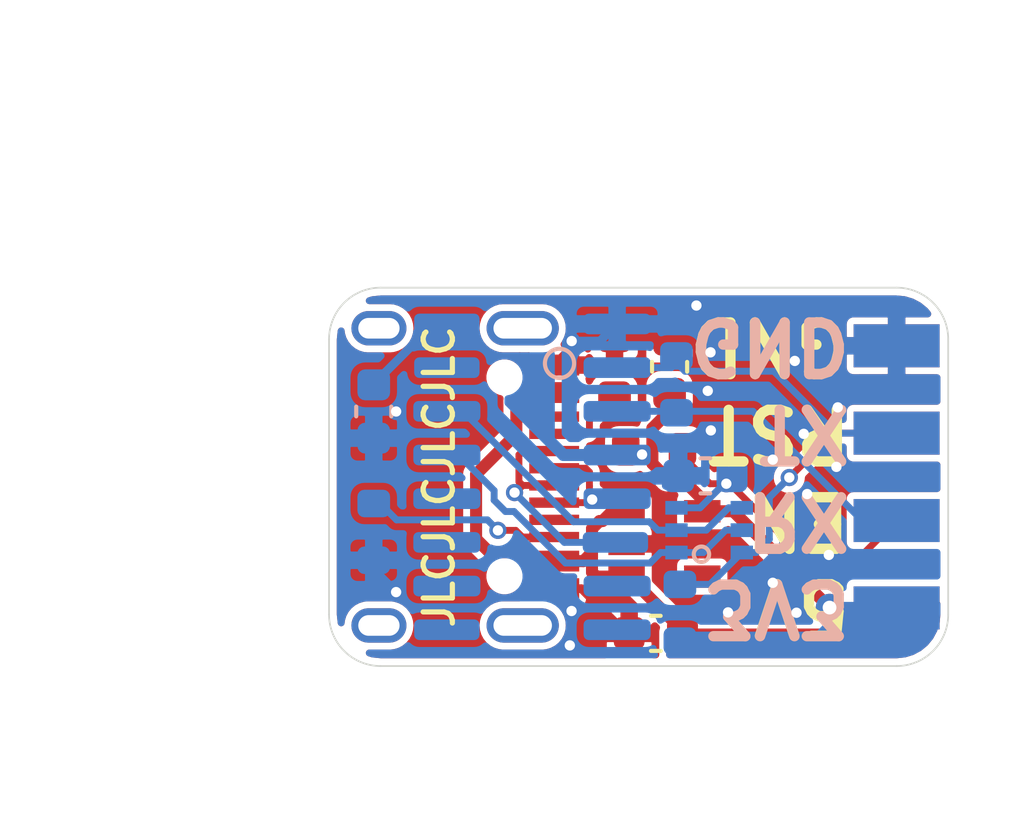
<source format=kicad_pcb>
(kicad_pcb (version 20171130) (host pcbnew 5.1.9+dfsg1-1+deb11u1)

  (general
    (thickness 1.6)
    (drawings 19)
    (tracks 193)
    (zones 0)
    (modules 14)
    (nets 25)
  )

  (page A4)
  (layers
    (0 F.Cu signal)
    (31 B.Cu signal)
    (32 B.Adhes user)
    (33 F.Adhes user)
    (34 B.Paste user)
    (35 F.Paste user)
    (36 B.SilkS user)
    (37 F.SilkS user)
    (38 B.Mask user)
    (39 F.Mask user)
    (40 Dwgs.User user)
    (41 Cmts.User user)
    (42 Eco1.User user)
    (43 Eco2.User user)
    (44 Edge.Cuts user)
    (45 Margin user)
    (46 B.CrtYd user)
    (47 F.CrtYd user)
    (48 B.Fab user)
    (49 F.Fab user)
  )

  (setup
    (last_trace_width 0.25)
    (trace_clearance 0.2)
    (zone_clearance 0.2)
    (zone_45_only no)
    (trace_min 0.2)
    (via_size 0.5)
    (via_drill 0.3)
    (via_min_size 0.4)
    (via_min_drill 0.3)
    (uvia_size 0.3)
    (uvia_drill 0.1)
    (uvias_allowed no)
    (uvia_min_size 0.2)
    (uvia_min_drill 0.1)
    (edge_width 0.05)
    (segment_width 0.2)
    (pcb_text_width 0.3)
    (pcb_text_size 1.5 1.5)
    (mod_edge_width 0.12)
    (mod_text_size 1 1)
    (mod_text_width 0.15)
    (pad_size 1 1.6)
    (pad_drill 0.6)
    (pad_to_mask_clearance 0)
    (aux_axis_origin 0 0)
    (visible_elements FFFFFF7F)
    (pcbplotparams
      (layerselection 0x010f0_ffffffff)
      (usegerberextensions true)
      (usegerberattributes false)
      (usegerberadvancedattributes false)
      (creategerberjobfile false)
      (excludeedgelayer true)
      (linewidth 0.100000)
      (plotframeref false)
      (viasonmask false)
      (mode 1)
      (useauxorigin false)
      (hpglpennumber 1)
      (hpglpenspeed 20)
      (hpglpendiameter 15.000000)
      (psnegative false)
      (psa4output false)
      (plotreference true)
      (plotvalue true)
      (plotinvisibletext false)
      (padsonsilk false)
      (subtractmaskfromsilk true)
      (outputformat 1)
      (mirror false)
      (drillshape 0)
      (scaleselection 1)
      (outputdirectory "gerb/"))
  )

  (net 0 "")
  (net 1 GND)
  (net 2 VUSB)
  (net 3 "Net-(J1-PadA8)")
  (net 4 "Net-(J1-PadB8)")
  (net 5 TX)
  (net 6 RX)
  (net 7 "Net-(U1-Pad7)")
  (net 8 "Net-(U1-Pad8)")
  (net 9 "Net-(U1-Pad9)")
  (net 10 "Net-(U1-Pad10)")
  (net 11 "Net-(U1-Pad11)")
  (net 12 "Net-(U1-Pad12)")
  (net 13 "Net-(U1-Pad15)")
  (net 14 VCC)
  (net 15 "Net-(U2-Pad4)")
  (net 16 dp)
  (net 17 dm)
  (net 18 CC2)
  (net 19 CC1)
  (net 20 "Net-(Q1-Pad1)")
  (net 21 "Net-(Q1-Pad2)")
  (net 22 EN)
  (net 23 RST)
  (net 24 "Net-(J1-PadS1)")

  (net_class Default "This is the default net class."
    (clearance 0.2)
    (trace_width 0.25)
    (via_dia 0.5)
    (via_drill 0.3)
    (uvia_dia 0.3)
    (uvia_drill 0.1)
    (add_net GND)
    (add_net "Net-(J1-PadA8)")
    (add_net "Net-(J1-PadB8)")
    (add_net "Net-(J1-PadS1)")
    (add_net "Net-(U1-Pad10)")
    (add_net "Net-(U1-Pad11)")
    (add_net "Net-(U1-Pad12)")
    (add_net "Net-(U1-Pad15)")
    (add_net "Net-(U1-Pad7)")
    (add_net "Net-(U1-Pad8)")
    (add_net "Net-(U1-Pad9)")
    (add_net "Net-(U2-Pad4)")
  )

  (net_class current ""
    (clearance 0.45)
    (trace_width 2.5)
    (via_dia 0.5)
    (via_drill 0.3)
    (uvia_dia 0.3)
    (uvia_drill 0.1)
  )

  (net_class data ""
    (clearance 0.2)
    (trace_width 0.2)
    (via_dia 0.5)
    (via_drill 0.3)
    (uvia_dia 0.3)
    (uvia_drill 0.1)
    (add_net CC1)
    (add_net CC2)
    (add_net EN)
    (add_net "Net-(Q1-Pad1)")
    (add_net "Net-(Q1-Pad2)")
    (add_net RST)
    (add_net RX)
    (add_net TX)
    (add_net dm)
    (add_net dp)
  )

  (net_class power ""
    (clearance 0.2)
    (trace_width 0.35)
    (via_dia 0.8)
    (via_drill 0.4)
    (uvia_dia 0.3)
    (uvia_drill 0.1)
    (add_net VCC)
    (add_net VUSB)
  )

  (module Package_TO_SOT_SMD:SOT-23-5 (layer F.Cu) (tedit 645D165B) (tstamp 645BE65A)
    (at 7.25 1.95)
    (descr "5-pin SOT23 package")
    (tags SOT-23-5)
    (path /645E4E24)
    (attr smd)
    (fp_text reference U2 (at 0 -2.9) (layer F.SilkS) hide
      (effects (font (size 1 1) (thickness 0.15)))
    )
    (fp_text value AP2112K-3.3 (at 0 2.9) (layer F.Fab)
      (effects (font (size 1 1) (thickness 0.15)))
    )
    (fp_line (start -1.9 -1.8) (end 1.9 -1.8) (layer F.CrtYd) (width 0.05))
    (fp_line (start 1.9 -1.8) (end 1.9 1.8) (layer F.CrtYd) (width 0.05))
    (fp_line (start 1.9 1.8) (end -1.9 1.8) (layer F.CrtYd) (width 0.05))
    (fp_line (start -1.9 1.8) (end -1.9 -1.8) (layer F.CrtYd) (width 0.05))
    (fp_line (start -0.9 -0.9) (end -0.25 -1.55) (layer F.Fab) (width 0.1))
    (fp_line (start 0.9 -1.55) (end -0.25 -1.55) (layer F.Fab) (width 0.1))
    (fp_line (start -0.9 -0.9) (end -0.9 1.55) (layer F.Fab) (width 0.1))
    (fp_line (start 0.9 1.55) (end -0.9 1.55) (layer F.Fab) (width 0.1))
    (fp_line (start 0.9 -1.55) (end 0.9 1.55) (layer F.Fab) (width 0.1))
    (fp_text user %R (at 0 0 90) (layer F.Fab)
      (effects (font (size 0.5 0.5) (thickness 0.075)))
    )
    (pad 1 smd rect (at -1.1 -0.95) (size 1.06 0.65) (layers F.Cu F.Paste F.Mask)
      (net 2 VUSB))
    (pad 2 smd rect (at -1.1 0) (size 1.06 0.65) (layers F.Cu F.Paste F.Mask)
      (net 1 GND))
    (pad 3 smd rect (at -1.1 0.95) (size 1.06 0.65) (layers F.Cu F.Paste F.Mask)
      (net 2 VUSB))
    (pad 4 smd rect (at 1.1 0.95) (size 1.06 0.65) (layers F.Cu F.Paste F.Mask)
      (net 15 "Net-(U2-Pad4)"))
    (pad 5 smd rect (at 1.1 -0.95) (size 1.06 0.65) (layers F.Cu F.Paste F.Mask)
      (net 14 VCC))
    (model ${KISYS3DMOD}/Package_TO_SOT_SMD.3dshapes/SOT-23-5.wrl
      (at (xyz 0 0 0))
      (scale (xyz 1 1 1))
      (rotate (xyz 0 0 0))
    )
  )

  (module Resistor_SMD:R_0603_1608Metric (layer B.Cu) (tedit 645C0CF4) (tstamp 645CAFDB)
    (at 7.7 3.95 90)
    (descr "Resistor SMD 0603 (1608 Metric), square (rectangular) end terminal, IPC_7351 nominal, (Body size source: IPC-SM-782 page 72, https://www.pcb-3d.com/wordpress/wp-content/uploads/ipc-sm-782a_amendment_1_and_2.pdf), generated with kicad-footprint-generator")
    (tags resistor)
    (path /64782490)
    (attr smd)
    (fp_text reference R4 (at 0 1.43 90) (layer B.SilkS) hide
      (effects (font (size 1 1) (thickness 0.15)) (justify mirror))
    )
    (fp_text value "10k Ohm" (at 0 -1.43 90) (layer B.Fab)
      (effects (font (size 1 1) (thickness 0.15)) (justify mirror))
    )
    (fp_line (start -0.8 -0.4125) (end -0.8 0.4125) (layer B.Fab) (width 0.1))
    (fp_line (start -0.8 0.4125) (end 0.8 0.4125) (layer B.Fab) (width 0.1))
    (fp_line (start 0.8 0.4125) (end 0.8 -0.4125) (layer B.Fab) (width 0.1))
    (fp_line (start 0.8 -0.4125) (end -0.8 -0.4125) (layer B.Fab) (width 0.1))
    (fp_line (start -1.48 -0.73) (end -1.48 0.73) (layer B.CrtYd) (width 0.05))
    (fp_line (start -1.48 0.73) (end 1.48 0.73) (layer B.CrtYd) (width 0.05))
    (fp_line (start 1.48 0.73) (end 1.48 -0.73) (layer B.CrtYd) (width 0.05))
    (fp_line (start 1.48 -0.73) (end -1.48 -0.73) (layer B.CrtYd) (width 0.05))
    (fp_text user %R (at 0 0 90) (layer B.Fab)
      (effects (font (size 0.4 0.4) (thickness 0.06)) (justify mirror))
    )
    (pad 2 smd roundrect (at 0.825 0 90) (size 0.8 0.95) (layers B.Cu B.Paste B.Mask) (roundrect_rratio 0.25)
      (net 23 RST))
    (pad 1 smd roundrect (at -0.825 0 90) (size 0.8 0.95) (layers B.Cu B.Paste B.Mask) (roundrect_rratio 0.25)
      (net 14 VCC))
    (model ${KISYS3DMOD}/Resistor_SMD.3dshapes/R_0603_1608Metric.wrl
      (at (xyz 0 0 0))
      (scale (xyz 1 1 1))
      (rotate (xyz 0 0 0))
    )
  )

  (module Capacitor_SMD:C_0603_1608Metric (layer B.Cu) (tedit 5F68FEEE) (tstamp 645CED22)
    (at 8.44 -0.03 180)
    (descr "Capacitor SMD 0603 (1608 Metric), square (rectangular) end terminal, IPC_7351 nominal, (Body size source: IPC-SM-782 page 76, https://www.pcb-3d.com/wordpress/wp-content/uploads/ipc-sm-782a_amendment_1_and_2.pdf), generated with kicad-footprint-generator")
    (tags capacitor)
    (path /645E7EBF)
    (attr smd)
    (fp_text reference C4 (at 0 1.43) (layer B.SilkS) hide
      (effects (font (size 1 1) (thickness 0.15)) (justify mirror))
    )
    (fp_text value 1uF (at 0 -1.43) (layer B.Fab)
      (effects (font (size 1 1) (thickness 0.15)) (justify mirror))
    )
    (fp_line (start 1.48 -0.73) (end -1.48 -0.73) (layer B.CrtYd) (width 0.05))
    (fp_line (start 1.48 0.73) (end 1.48 -0.73) (layer B.CrtYd) (width 0.05))
    (fp_line (start -1.48 0.73) (end 1.48 0.73) (layer B.CrtYd) (width 0.05))
    (fp_line (start -1.48 -0.73) (end -1.48 0.73) (layer B.CrtYd) (width 0.05))
    (fp_line (start -0.14058 -0.51) (end 0.14058 -0.51) (layer B.SilkS) (width 0.12))
    (fp_line (start -0.14058 0.51) (end 0.14058 0.51) (layer B.SilkS) (width 0.12))
    (fp_line (start 0.8 -0.4) (end -0.8 -0.4) (layer B.Fab) (width 0.1))
    (fp_line (start 0.8 0.4) (end 0.8 -0.4) (layer B.Fab) (width 0.1))
    (fp_line (start -0.8 0.4) (end 0.8 0.4) (layer B.Fab) (width 0.1))
    (fp_line (start -0.8 -0.4) (end -0.8 0.4) (layer B.Fab) (width 0.1))
    (fp_text user %R (at 0 0) (layer B.Fab)
      (effects (font (size 0.4 0.4) (thickness 0.06)) (justify mirror))
    )
    (pad 2 smd roundrect (at 0.775 0 180) (size 0.9 0.95) (layers B.Cu B.Paste B.Mask) (roundrect_rratio 0.25)
      (net 1 GND))
    (pad 1 smd roundrect (at -0.775 0 180) (size 0.9 0.95) (layers B.Cu B.Paste B.Mask) (roundrect_rratio 0.25)
      (net 22 EN))
    (model ${KISYS3DMOD}/Capacitor_SMD.3dshapes/C_0603_1608Metric.wrl
      (at (xyz 0 0 0))
      (scale (xyz 1 1 1))
      (rotate (xyz 0 0 0))
    )
  )

  (module Resistor_SMD:R_0603_1608Metric (layer B.Cu) (tedit 645C1CB4) (tstamp 645CDD91)
    (at 7.6 -2.69 270)
    (descr "Resistor SMD 0603 (1608 Metric), square (rectangular) end terminal, IPC_7351 nominal, (Body size source: IPC-SM-782 page 72, https://www.pcb-3d.com/wordpress/wp-content/uploads/ipc-sm-782a_amendment_1_and_2.pdf), generated with kicad-footprint-generator")
    (tags resistor)
    (path /647C1804)
    (attr smd)
    (fp_text reference R3 (at 0 1.43 270) (layer B.SilkS) hide
      (effects (font (size 1 1) (thickness 0.15)) (justify mirror))
    )
    (fp_text value "5k1 Ohm (optional for UPDI)" (at 0 -1.43 270) (layer B.Fab)
      (effects (font (size 1 1) (thickness 0.15)) (justify mirror))
    )
    (fp_line (start 1.48 -0.73) (end -1.48 -0.73) (layer B.CrtYd) (width 0.05))
    (fp_line (start 1.48 0.73) (end 1.48 -0.73) (layer B.CrtYd) (width 0.05))
    (fp_line (start -1.48 0.73) (end 1.48 0.73) (layer B.CrtYd) (width 0.05))
    (fp_line (start -1.48 -0.73) (end -1.48 0.73) (layer B.CrtYd) (width 0.05))
    (fp_line (start 0.8 -0.4125) (end -0.8 -0.4125) (layer B.Fab) (width 0.1))
    (fp_line (start 0.8 0.4125) (end 0.8 -0.4125) (layer B.Fab) (width 0.1))
    (fp_line (start -0.8 0.4125) (end 0.8 0.4125) (layer B.Fab) (width 0.1))
    (fp_line (start -0.8 -0.4125) (end -0.8 0.4125) (layer B.Fab) (width 0.1))
    (fp_text user %R (at 0 0 270) (layer B.Fab)
      (effects (font (size 0.4 0.4) (thickness 0.06)) (justify mirror))
    )
    (pad 1 smd roundrect (at -0.825 0 270) (size 0.8 0.95) (layers B.Cu B.Paste B.Mask) (roundrect_rratio 0.25)
      (net 5 TX))
    (pad 2 smd roundrect (at 0.825 0 270) (size 0.8 0.95) (layers B.Cu B.Paste B.Mask) (roundrect_rratio 0.25)
      (net 6 RX))
    (model ${KISYS3DMOD}/Resistor_SMD.3dshapes/R_0603_1608Metric.wrl
      (at (xyz 0 0 0))
      (scale (xyz 1 1 1))
      (rotate (xyz 0 0 0))
    )
  )

  (module serial:PinSocket_2x04_P2.54mm_Edge (layer B.Cu) (tedit 645C1415) (tstamp 645C86CB)
    (at 14 0)
    (descr "Through hole angled socket strip, 2x04, 2.54mm pitch, 8.51mm socket length, double cols (from Kicad 4.0.7), script generated")
    (tags "Through hole angled socket strip THT 2x04 2.54mm double row")
    (path /6465166D)
    (fp_text reference J2 (at -2.54 0) (layer B.SilkS) hide
      (effects (font (size 1 1) (thickness 0.15)) (justify mirror))
    )
    (fp_text value Conn_02x04_Top_Bottom (at -5.65 -10.39) (layer B.Fab)
      (effects (font (size 1 1) (thickness 0.15)) (justify mirror))
    )
    (pad 1 smd rect (at 0 3.81) (size 2.5 1.25) (layers B.Cu B.Mask)
      (net 14 VCC))
    (pad 2 smd rect (at 0 1.27) (size 2.5 1.25) (layers B.Cu B.Mask)
      (net 6 RX))
    (pad 3 smd rect (at 0 -1.27) (size 2.5 1.25) (layers B.Cu B.Mask)
      (net 5 TX))
    (pad 4 smd rect (at 0 -3.81) (size 2.5 1.25) (layers B.Cu B.Mask)
      (net 1 GND))
    (pad 5 smd rect (at 0 3.81) (size 2.5 1.25) (layers F.Cu F.Mask)
      (net 2 VUSB))
    (pad 6 smd rect (at 0 1.27) (size 2.5 1.25) (layers F.Cu F.Mask)
      (net 22 EN))
    (pad 7 smd rect (at 0 -1.27) (size 2.5 1.25) (layers F.Cu F.Mask)
      (net 23 RST))
    (pad 8 smd rect (at 0 -3.81) (size 2.5 1.25) (layers F.Cu F.Mask)
      (net 1 GND))
    (model ${KISYS3DMOD}/Connector_PinHeader_2.54mm.3dshapes/PinHeader_2x04_P2.54mm_Vertical.wrl
      (offset (xyz 1.8 3.84 0.5))
      (scale (xyz 1 1 1))
      (rotate (xyz 0 -90 0))
    )
  )

  (module footprints:USB_C_Receptacle_HRO_TYPE-C-31-M-12 (layer F.Cu) (tedit 645EAD65) (tstamp 645AB7C7)
    (at 0 0 270)
    (descr "USB Type-C receptacle for USB 2.0 and PD, http://www.krhro.com/uploads/soft/180320/1-1P320120243.pdf")
    (tags "usb usb-c 2.0 pd")
    (path /6427861C)
    (attr smd)
    (fp_text reference J1 (at 0 -5.645 90) (layer F.SilkS) hide
      (effects (font (size 1 1) (thickness 0.15)))
    )
    (fp_text value USB_C_Receptacle_USB2.0 (at 0 5.1 90) (layer F.Fab) hide
      (effects (font (size 1 1) (thickness 0.15)))
    )
    (fp_line (start -4.47 -3.65) (end 4.47 -3.65) (layer F.Fab) (width 0.1))
    (fp_line (start -4.47 -3.65) (end -4.47 3.65) (layer F.Fab) (width 0.1))
    (fp_line (start -4.47 3.65) (end 4.47 3.65) (layer F.Fab) (width 0.1))
    (fp_line (start 4.47 -3.65) (end 4.47 3.65) (layer F.Fab) (width 0.1))
    (fp_line (start -5.32 -5.27) (end 5.32 -5.27) (layer F.CrtYd) (width 0.05))
    (fp_line (start -5.32 4.15) (end 5.32 4.15) (layer F.CrtYd) (width 0.05))
    (fp_line (start -5.32 -5.27) (end -5.32 4.15) (layer F.CrtYd) (width 0.05))
    (fp_line (start 5.32 -5.27) (end 5.32 4.15) (layer F.CrtYd) (width 0.05))
    (fp_text user %R (at 0 0 90) (layer F.Fab)
      (effects (font (size 1 1) (thickness 0.15)))
    )
    (pad "" thru_hole oval (at 4.32 1.05 270) (size 1 1.6) (drill oval 0.6 1.2) (layers *.Cu *.Mask))
    (pad "" np_thru_hole circle (at 2.89 -2.6 270) (size 0.65 0.65) (drill 0.65) (layers *.Cu *.Mask)
      (zone_connect 2))
    (pad S1 thru_hole oval (at -4.32 1.05 270) (size 1 1.6) (drill oval 0.6 1.2) (layers *.Cu *.Mask)
      (net 24 "Net-(J1-PadS1)"))
    (pad "" np_thru_hole circle (at -2.89 -2.6 270) (size 0.65 0.65) (drill 0.65) (layers *.Cu *.Mask)
      (zone_connect 0))
    (pad "" thru_hole oval (at -4.32 -3.13 270) (size 1 2.1) (drill oval 0.6 1.7) (layers *.Cu *.Mask))
    (pad "" thru_hole oval (at 4.32 -3.13 270) (size 1 2.1) (drill oval 0.6 1.7) (layers *.Cu *.Mask))
    (pad A6 smd rect (at -0.25 -4.045 270) (size 0.3 1.45) (layers F.Cu F.Paste F.Mask)
      (net 16 dp))
    (pad B5 smd rect (at 1.75 -4.045 270) (size 0.3 1.45) (layers F.Cu F.Paste F.Mask)
      (net 18 CC2))
    (pad A8 smd rect (at 1.25 -4.045 270) (size 0.3 1.45) (layers F.Cu F.Paste F.Mask)
      (net 3 "Net-(J1-PadA8)"))
    (pad B6 smd rect (at 0.75 -4.045 270) (size 0.3 1.45) (layers F.Cu F.Paste F.Mask)
      (net 16 dp))
    (pad A7 smd rect (at 0.25 -4.045 270) (size 0.3 1.45) (layers F.Cu F.Paste F.Mask)
      (net 17 dm))
    (pad B7 smd rect (at -0.75 -4.045 270) (size 0.3 1.45) (layers F.Cu F.Paste F.Mask)
      (net 17 dm))
    (pad A5 smd rect (at -1.25 -4.045 270) (size 0.3 1.45) (layers F.Cu F.Paste F.Mask)
      (net 19 CC1))
    (pad B8 smd rect (at -1.75 -4.045 270) (size 0.3 1.45) (layers F.Cu F.Paste F.Mask)
      (net 4 "Net-(J1-PadB8)"))
    (pad A12 smd rect (at 3.25 -4.045 270) (size 0.6 1.45) (layers F.Cu F.Paste F.Mask)
      (net 1 GND))
    (pad B4 smd rect (at 2.45 -4.045 270) (size 0.6 1.45) (layers F.Cu F.Paste F.Mask)
      (net 2 VUSB))
    (pad A4 smd rect (at -2.45 -4.045 270) (size 0.6 1.45) (layers F.Cu F.Paste F.Mask)
      (net 2 VUSB))
    (pad A1 smd rect (at -3.25 -4.045 270) (size 0.6 1.45) (layers F.Cu F.Paste F.Mask)
      (net 1 GND))
    (pad B12 smd rect (at -3.25 -4.045 270) (size 0.6 1.45) (layers F.Cu F.Paste F.Mask)
      (net 1 GND))
    (pad B9 smd rect (at -2.45 -4.045 270) (size 0.6 1.45) (layers F.Cu F.Paste F.Mask)
      (net 2 VUSB))
    (pad A9 smd rect (at 2.45 -4.045 270) (size 0.6 1.45) (layers F.Cu F.Paste F.Mask)
      (net 2 VUSB))
    (pad B1 smd rect (at 3.25 -4.045 270) (size 0.6 1.45) (layers F.Cu F.Paste F.Mask)
      (net 1 GND))
    (model ${KISYS3DMOD}/Connector_USB.3dshapes/USB_C_Receptacle_HRO_TYPE-C-31-M-12.wrl
      (at (xyz 0 0 0))
      (scale (xyz 1 1 1))
      (rotate (xyz 0 0 0))
    )
  )

  (module Resistor_SMD:R_0603_1608Metric (layer F.Cu) (tedit 645C0C8B) (tstamp 645CAFEC)
    (at 6.95 -0.8)
    (descr "Resistor SMD 0603 (1608 Metric), square (rectangular) end terminal, IPC_7351 nominal, (Body size source: IPC-SM-782 page 72, https://www.pcb-3d.com/wordpress/wp-content/uploads/ipc-sm-782a_amendment_1_and_2.pdf), generated with kicad-footprint-generator")
    (tags resistor)
    (path /647284BD)
    (attr smd)
    (fp_text reference R5 (at 0 -1.43 180) (layer F.SilkS) hide
      (effects (font (size 1 1) (thickness 0.15)))
    )
    (fp_text value "10k Ohm" (at 0 1.43 180) (layer F.Fab)
      (effects (font (size 1 1) (thickness 0.15)))
    )
    (fp_line (start 1.48 0.73) (end -1.48 0.73) (layer F.CrtYd) (width 0.05))
    (fp_line (start 1.48 -0.73) (end 1.48 0.73) (layer F.CrtYd) (width 0.05))
    (fp_line (start -1.48 -0.73) (end 1.48 -0.73) (layer F.CrtYd) (width 0.05))
    (fp_line (start -1.48 0.73) (end -1.48 -0.73) (layer F.CrtYd) (width 0.05))
    (fp_line (start 0.8 0.4125) (end -0.8 0.4125) (layer F.Fab) (width 0.1))
    (fp_line (start 0.8 -0.4125) (end 0.8 0.4125) (layer F.Fab) (width 0.1))
    (fp_line (start -0.8 -0.4125) (end 0.8 -0.4125) (layer F.Fab) (width 0.1))
    (fp_line (start -0.8 0.4125) (end -0.8 -0.4125) (layer F.Fab) (width 0.1))
    (fp_text user %R (at 0 0 180) (layer F.Fab)
      (effects (font (size 0.4 0.4) (thickness 0.06)))
    )
    (pad 1 smd roundrect (at -0.825 0) (size 0.8 0.95) (layers F.Cu F.Paste F.Mask) (roundrect_rratio 0.25)
      (net 14 VCC))
    (pad 2 smd roundrect (at 0.825 0) (size 0.8 0.95) (layers F.Cu F.Paste F.Mask) (roundrect_rratio 0.25)
      (net 22 EN))
    (model ${KISYS3DMOD}/Resistor_SMD.3dshapes/R_0603_1608Metric.wrl
      (at (xyz 0 0 0))
      (scale (xyz 1 1 1))
      (rotate (xyz 0 0 0))
    )
  )

  (module Package_SO:SOIC-16_3.9x9.9mm_P1.27mm (layer B.Cu) (tedit 645C0224) (tstamp 645AB823)
    (at 3.4 0 180)
    (descr "SOIC, 16 Pin (JEDEC MS-012AC, https://www.analog.com/media/en/package-pcb-resources/package/pkg_pdf/soic_narrow-r/r_16.pdf), generated with kicad-footprint-generator ipc_gullwing_generator.py")
    (tags "SOIC SO")
    (path /64238EC4)
    (attr smd)
    (fp_text reference U1 (at 0 5.9 180) (layer B.SilkS) hide
      (effects (font (size 1 1) (thickness 0.15)) (justify mirror))
    )
    (fp_text value CH340B (at 0 -5.9 180) (layer B.Fab) hide
      (effects (font (size 1 1) (thickness 0.15)) (justify mirror))
    )
    (fp_circle (center -0.8 3.3) (end -0.5 3) (layer B.SilkS) (width 0.12))
    (fp_line (start 3.7 5.2) (end -3.7 5.2) (layer B.CrtYd) (width 0.05))
    (fp_line (start 3.7 -5.2) (end 3.7 5.2) (layer B.CrtYd) (width 0.05))
    (fp_line (start -3.7 -5.2) (end 3.7 -5.2) (layer B.CrtYd) (width 0.05))
    (fp_line (start -3.7 5.2) (end -3.7 -5.2) (layer B.CrtYd) (width 0.05))
    (fp_line (start -1.95 3.975) (end -0.975 4.95) (layer B.Fab) (width 0.1))
    (fp_line (start -1.95 -4.95) (end -1.95 3.975) (layer B.Fab) (width 0.1))
    (fp_line (start 1.95 -4.95) (end -1.95 -4.95) (layer B.Fab) (width 0.1))
    (fp_line (start 1.95 4.95) (end 1.95 -4.95) (layer B.Fab) (width 0.1))
    (fp_line (start -0.975 4.95) (end 1.95 4.95) (layer B.Fab) (width 0.1))
    (fp_text user %R (at 0 0 180) (layer B.Fab)
      (effects (font (size 0.98 0.98) (thickness 0.15)) (justify mirror))
    )
    (pad 1 smd roundrect (at -2.475 4.445 180) (size 1.95 0.6) (layers B.Cu B.Paste B.Mask) (roundrect_rratio 0.25)
      (net 1 GND))
    (pad 2 smd roundrect (at -2.475 3.175 180) (size 1.95 0.6) (layers B.Cu B.Paste B.Mask) (roundrect_rratio 0.25)
      (net 5 TX))
    (pad 3 smd roundrect (at -2.475 1.905 180) (size 1.95 0.6) (layers B.Cu B.Paste B.Mask) (roundrect_rratio 0.25)
      (net 6 RX))
    (pad 4 smd roundrect (at -2.475 0.635 180) (size 1.95 0.6) (layers B.Cu B.Paste B.Mask) (roundrect_rratio 0.25)
      (net 14 VCC))
    (pad 5 smd roundrect (at -2.475 -0.635 180) (size 1.95 0.6) (layers B.Cu B.Paste B.Mask) (roundrect_rratio 0.25)
      (net 16 dp))
    (pad 6 smd roundrect (at -2.425 -1.905 180) (size 1.9 0.6) (layers B.Cu B.Paste B.Mask) (roundrect_rratio 0.25)
      (net 17 dm))
    (pad 7 smd roundrect (at -2.475 -3.175 180) (size 1.95 0.6) (layers B.Cu B.Paste B.Mask) (roundrect_rratio 0.25)
      (net 7 "Net-(U1-Pad7)"))
    (pad 8 smd roundrect (at -2.475 -4.445 180) (size 1.95 0.6) (layers B.Cu B.Paste B.Mask) (roundrect_rratio 0.25)
      (net 8 "Net-(U1-Pad8)"))
    (pad 9 smd roundrect (at 2.475 -4.445 180) (size 1.9 0.6) (layers B.Cu B.Paste B.Mask) (roundrect_rratio 0.25)
      (net 9 "Net-(U1-Pad9)"))
    (pad 10 smd roundrect (at 2.475 -3.175 180) (size 1.95 0.6) (layers B.Cu B.Paste B.Mask) (roundrect_rratio 0.25)
      (net 10 "Net-(U1-Pad10)"))
    (pad 11 smd roundrect (at 2.475 -1.905 180) (size 1.95 0.6) (layers B.Cu B.Paste B.Mask) (roundrect_rratio 0.25)
      (net 11 "Net-(U1-Pad11)"))
    (pad 12 smd roundrect (at 2.475 -0.635 180) (size 1.95 0.6) (layers B.Cu B.Paste B.Mask) (roundrect_rratio 0.25)
      (net 12 "Net-(U1-Pad12)"))
    (pad 13 smd roundrect (at 2.475 0.635 180) (size 1.95 0.6) (layers B.Cu B.Paste B.Mask) (roundrect_rratio 0.25)
      (net 20 "Net-(Q1-Pad1)"))
    (pad 14 smd roundrect (at 2.475 1.905 180) (size 1.95 0.6) (layers B.Cu B.Paste B.Mask) (roundrect_rratio 0.25)
      (net 21 "Net-(Q1-Pad2)"))
    (pad 15 smd roundrect (at 2.475 3.175 180) (size 1.9 0.6) (layers B.Cu B.Paste B.Mask) (roundrect_rratio 0.25)
      (net 13 "Net-(U1-Pad15)"))
    (pad 16 smd roundrect (at 2.475 4.445 180) (size 1.9 0.6) (layers B.Cu B.Paste B.Mask) (roundrect_rratio 0.25)
      (net 14 VCC))
    (model ${KISYS3DMOD}/Package_SO.3dshapes/SOIC-16_3.9x9.9mm_P1.27mm.wrl
      (at (xyz 0 0 0))
      (scale (xyz 1 1 1))
      (rotate (xyz 0 0 0))
    )
  )

  (module Package_TO_SOT_SMD:SOT-363_SC-70-6 (layer B.Cu) (tedit 645C01EA) (tstamp 645C927E)
    (at 8.55 1.55)
    (descr "SOT-363, SC-70-6")
    (tags "SOT-363 SC-70-6")
    (path /646A57E3)
    (attr smd)
    (fp_text reference Q1 (at 0 2) (layer B.SilkS) hide
      (effects (font (size 1 1) (thickness 0.15)) (justify mirror))
    )
    (fp_text value UMH3N (at 0 -2 180) (layer B.Fab)
      (effects (font (size 1 1) (thickness 0.15)) (justify mirror))
    )
    (fp_circle (center -0.223606 0.7) (end -0.123606 0.5) (layer B.SilkS) (width 0.12))
    (fp_line (start -0.175 1.1) (end -0.675 0.6) (layer B.Fab) (width 0.1))
    (fp_line (start 0.675 -1.1) (end -0.675 -1.1) (layer B.Fab) (width 0.1))
    (fp_line (start 0.675 1.1) (end 0.675 -1.1) (layer B.Fab) (width 0.1))
    (fp_line (start -1.6 -1.4) (end 1.6 -1.4) (layer B.CrtYd) (width 0.05))
    (fp_line (start -0.675 0.6) (end -0.675 -1.1) (layer B.Fab) (width 0.1))
    (fp_line (start 0.675 1.1) (end -0.175 1.1) (layer B.Fab) (width 0.1))
    (fp_line (start -1.6 1.4) (end 1.6 1.4) (layer B.CrtYd) (width 0.05))
    (fp_line (start -1.6 1.4) (end -1.6 -1.4) (layer B.CrtYd) (width 0.05))
    (fp_line (start 1.6 -1.4) (end 1.6 1.4) (layer B.CrtYd) (width 0.05))
    (fp_text user %R (at 0 0 270) (layer B.Fab)
      (effects (font (size 0.5 0.5) (thickness 0.075)) (justify mirror))
    )
    (pad 1 smd rect (at -0.95 0.65) (size 0.65 0.4) (layers B.Cu B.Paste B.Mask)
      (net 20 "Net-(Q1-Pad1)"))
    (pad 3 smd rect (at -0.95 -0.65) (size 0.65 0.4) (layers B.Cu B.Paste B.Mask)
      (net 22 EN))
    (pad 5 smd rect (at 0.95 0) (size 0.65 0.4) (layers B.Cu B.Paste B.Mask)
      (net 20 "Net-(Q1-Pad1)"))
    (pad 2 smd rect (at -0.95 0) (size 0.65 0.4) (layers B.Cu B.Paste B.Mask)
      (net 21 "Net-(Q1-Pad2)"))
    (pad 4 smd rect (at 0.95 -0.65) (size 0.65 0.4) (layers B.Cu B.Paste B.Mask)
      (net 21 "Net-(Q1-Pad2)"))
    (pad 6 smd rect (at 0.95 0.65) (size 0.65 0.4) (layers B.Cu B.Paste B.Mask)
      (net 23 RST))
    (model ${KISYS3DMOD}/Package_TO_SOT_SMD.3dshapes/SOT-363_SC-70-6.wrl
      (at (xyz 0 0 0))
      (scale (xyz 1 1 1))
      (rotate (xyz 0 0 0))
    )
  )

  (module Resistor_SMD:R_0603_1608Metric (layer F.Cu) (tedit 645BF909) (tstamp 645C7722)
    (at 5.8 -3.2 270)
    (descr "Resistor SMD 0603 (1608 Metric), square (rectangular) end terminal, IPC_7351 nominal, (Body size source: IPC-SM-782 page 72, https://www.pcb-3d.com/wordpress/wp-content/uploads/ipc-sm-782a_amendment_1_and_2.pdf), generated with kicad-footprint-generator")
    (tags resistor)
    (path /642975F3)
    (attr smd)
    (fp_text reference R2 (at 0 -1.43 270) (layer F.SilkS) hide
      (effects (font (size 1 1) (thickness 0.15)))
    )
    (fp_text value "5k1 Ohm" (at 0 1.43 270) (layer F.Fab)
      (effects (font (size 1 1) (thickness 0.15)))
    )
    (fp_line (start 1.48 0.73) (end -1.48 0.73) (layer F.CrtYd) (width 0.05))
    (fp_line (start 1.48 -0.73) (end 1.48 0.73) (layer F.CrtYd) (width 0.05))
    (fp_line (start -1.48 -0.73) (end 1.48 -0.73) (layer F.CrtYd) (width 0.05))
    (fp_line (start -1.48 0.73) (end -1.48 -0.73) (layer F.CrtYd) (width 0.05))
    (fp_line (start 0.8 0.4125) (end -0.8 0.4125) (layer F.Fab) (width 0.1))
    (fp_line (start 0.8 -0.4125) (end 0.8 0.4125) (layer F.Fab) (width 0.1))
    (fp_line (start -0.8 -0.4125) (end 0.8 -0.4125) (layer F.Fab) (width 0.1))
    (fp_line (start -0.8 0.4125) (end -0.8 -0.4125) (layer F.Fab) (width 0.1))
    (fp_text user %R (at 0 0 270) (layer F.Fab)
      (effects (font (size 0.4 0.4) (thickness 0.06)))
    )
    (pad 2 smd roundrect (at 0.825 0 270) (size 0.8 0.95) (layers F.Cu F.Paste F.Mask) (roundrect_rratio 0.25)
      (net 19 CC1))
    (pad 1 smd roundrect (at -0.825 0 270) (size 0.8 0.95) (layers F.Cu F.Paste F.Mask) (roundrect_rratio 0.25)
      (net 1 GND))
    (model ${KISYS3DMOD}/Resistor_SMD.3dshapes/R_0603_1608Metric.wrl
      (at (xyz 0 0 0))
      (scale (xyz 1 1 1))
      (rotate (xyz 0 0 0))
    )
  )

  (module Resistor_SMD:R_0603_1608Metric (layer B.Cu) (tedit 645BF8F8) (tstamp 645C7712)
    (at -1.2 1.6 90)
    (descr "Resistor SMD 0603 (1608 Metric), square (rectangular) end terminal, IPC_7351 nominal, (Body size source: IPC-SM-782 page 72, https://www.pcb-3d.com/wordpress/wp-content/uploads/ipc-sm-782a_amendment_1_and_2.pdf), generated with kicad-footprint-generator")
    (tags resistor)
    (path /6428F85D)
    (attr smd)
    (fp_text reference R1 (at 0 1.43 90) (layer B.SilkS) hide
      (effects (font (size 1 1) (thickness 0.15)) (justify mirror))
    )
    (fp_text value "5k1 Ohm" (at 0 -1.43 90) (layer B.Fab)
      (effects (font (size 1 1) (thickness 0.15)) (justify mirror))
    )
    (fp_line (start -0.8 -0.4125) (end -0.8 0.4125) (layer B.Fab) (width 0.1))
    (fp_line (start -0.8 0.4125) (end 0.8 0.4125) (layer B.Fab) (width 0.1))
    (fp_line (start 0.8 0.4125) (end 0.8 -0.4125) (layer B.Fab) (width 0.1))
    (fp_line (start 0.8 -0.4125) (end -0.8 -0.4125) (layer B.Fab) (width 0.1))
    (fp_line (start -1.48 -0.73) (end -1.48 0.73) (layer B.CrtYd) (width 0.05))
    (fp_line (start -1.48 0.73) (end 1.48 0.73) (layer B.CrtYd) (width 0.05))
    (fp_line (start 1.48 0.73) (end 1.48 -0.73) (layer B.CrtYd) (width 0.05))
    (fp_line (start 1.48 -0.73) (end -1.48 -0.73) (layer B.CrtYd) (width 0.05))
    (fp_text user %R (at 0 0 90) (layer B.Fab)
      (effects (font (size 0.4 0.4) (thickness 0.06)) (justify mirror))
    )
    (pad 1 smd roundrect (at -0.825 0 90) (size 0.8 0.95) (layers B.Cu B.Paste B.Mask) (roundrect_rratio 0.25)
      (net 1 GND))
    (pad 2 smd roundrect (at 0.825 0 90) (size 0.8 0.95) (layers B.Cu B.Paste B.Mask) (roundrect_rratio 0.25)
      (net 18 CC2))
    (model ${KISYS3DMOD}/Resistor_SMD.3dshapes/R_0603_1608Metric.wrl
      (at (xyz 0 0 0))
      (scale (xyz 1 1 1))
      (rotate (xyz 0 0 0))
    )
  )

  (module Capacitor_SMD:C_0603_1608Metric (layer F.Cu) (tedit 5F68FEEE) (tstamp 645C76E2)
    (at 7 4.55 180)
    (descr "Capacitor SMD 0603 (1608 Metric), square (rectangular) end terminal, IPC_7351 nominal, (Body size source: IPC-SM-782 page 76, https://www.pcb-3d.com/wordpress/wp-content/uploads/ipc-sm-782a_amendment_1_and_2.pdf), generated with kicad-footprint-generator")
    (tags capacitor)
    (path /6442DCA1)
    (attr smd)
    (fp_text reference C1 (at 0 -1.43) (layer F.SilkS) hide
      (effects (font (size 1 1) (thickness 0.15)))
    )
    (fp_text value 1uF (at 0 1.43) (layer F.Fab)
      (effects (font (size 1 1) (thickness 0.15)))
    )
    (fp_line (start -0.8 0.4) (end -0.8 -0.4) (layer F.Fab) (width 0.1))
    (fp_line (start -0.8 -0.4) (end 0.8 -0.4) (layer F.Fab) (width 0.1))
    (fp_line (start 0.8 -0.4) (end 0.8 0.4) (layer F.Fab) (width 0.1))
    (fp_line (start 0.8 0.4) (end -0.8 0.4) (layer F.Fab) (width 0.1))
    (fp_line (start -0.14058 -0.51) (end 0.14058 -0.51) (layer F.SilkS) (width 0.12))
    (fp_line (start -0.14058 0.51) (end 0.14058 0.51) (layer F.SilkS) (width 0.12))
    (fp_line (start -1.48 0.73) (end -1.48 -0.73) (layer F.CrtYd) (width 0.05))
    (fp_line (start -1.48 -0.73) (end 1.48 -0.73) (layer F.CrtYd) (width 0.05))
    (fp_line (start 1.48 -0.73) (end 1.48 0.73) (layer F.CrtYd) (width 0.05))
    (fp_line (start 1.48 0.73) (end -1.48 0.73) (layer F.CrtYd) (width 0.05))
    (fp_text user %R (at 0 0) (layer F.Fab)
      (effects (font (size 0.4 0.4) (thickness 0.06)))
    )
    (pad 1 smd roundrect (at -0.775 0 180) (size 0.9 0.95) (layers F.Cu F.Paste F.Mask) (roundrect_rratio 0.25)
      (net 2 VUSB))
    (pad 2 smd roundrect (at 0.775 0 180) (size 0.9 0.95) (layers F.Cu F.Paste F.Mask) (roundrect_rratio 0.25)
      (net 1 GND))
    (model ${KISYS3DMOD}/Capacitor_SMD.3dshapes/C_0603_1608Metric.wrl
      (at (xyz 0 0 0))
      (scale (xyz 1 1 1))
      (rotate (xyz 0 0 0))
    )
  )

  (module Capacitor_SMD:C_0603_1608Metric (layer F.Cu) (tedit 5F68FEEE) (tstamp 645C76F2)
    (at 7.4 -3.2 90)
    (descr "Capacitor SMD 0603 (1608 Metric), square (rectangular) end terminal, IPC_7351 nominal, (Body size source: IPC-SM-782 page 76, https://www.pcb-3d.com/wordpress/wp-content/uploads/ipc-sm-782a_amendment_1_and_2.pdf), generated with kicad-footprint-generator")
    (tags capacitor)
    (path /64473799)
    (attr smd)
    (fp_text reference C2 (at 0 -1.43 90) (layer F.SilkS) hide
      (effects (font (size 1 1) (thickness 0.15)))
    )
    (fp_text value 1uF (at 0 1.43 90) (layer F.Fab)
      (effects (font (size 1 1) (thickness 0.15)))
    )
    (fp_line (start 1.48 0.73) (end -1.48 0.73) (layer F.CrtYd) (width 0.05))
    (fp_line (start 1.48 -0.73) (end 1.48 0.73) (layer F.CrtYd) (width 0.05))
    (fp_line (start -1.48 -0.73) (end 1.48 -0.73) (layer F.CrtYd) (width 0.05))
    (fp_line (start -1.48 0.73) (end -1.48 -0.73) (layer F.CrtYd) (width 0.05))
    (fp_line (start -0.14058 0.51) (end 0.14058 0.51) (layer F.SilkS) (width 0.12))
    (fp_line (start -0.14058 -0.51) (end 0.14058 -0.51) (layer F.SilkS) (width 0.12))
    (fp_line (start 0.8 0.4) (end -0.8 0.4) (layer F.Fab) (width 0.1))
    (fp_line (start 0.8 -0.4) (end 0.8 0.4) (layer F.Fab) (width 0.1))
    (fp_line (start -0.8 -0.4) (end 0.8 -0.4) (layer F.Fab) (width 0.1))
    (fp_line (start -0.8 0.4) (end -0.8 -0.4) (layer F.Fab) (width 0.1))
    (fp_text user %R (at 0 0 90) (layer F.Fab)
      (effects (font (size 0.4 0.4) (thickness 0.06)))
    )
    (pad 2 smd roundrect (at 0.775 0 90) (size 0.9 0.95) (layers F.Cu F.Paste F.Mask) (roundrect_rratio 0.25)
      (net 1 GND))
    (pad 1 smd roundrect (at -0.775 0 90) (size 0.9 0.95) (layers F.Cu F.Paste F.Mask) (roundrect_rratio 0.25)
      (net 14 VCC))
    (model ${KISYS3DMOD}/Capacitor_SMD.3dshapes/C_0603_1608Metric.wrl
      (at (xyz 0 0 0))
      (scale (xyz 1 1 1))
      (rotate (xyz 0 0 0))
    )
  )

  (module Capacitor_SMD:C_0603_1608Metric (layer B.Cu) (tedit 5F68FEEE) (tstamp 645C7702)
    (at -1.2 -1.9 270)
    (descr "Capacitor SMD 0603 (1608 Metric), square (rectangular) end terminal, IPC_7351 nominal, (Body size source: IPC-SM-782 page 76, https://www.pcb-3d.com/wordpress/wp-content/uploads/ipc-sm-782a_amendment_1_and_2.pdf), generated with kicad-footprint-generator")
    (tags capacitor)
    (path /6447DC74)
    (attr smd)
    (fp_text reference C3 (at 0 1.43 90) (layer B.SilkS) hide
      (effects (font (size 1 1) (thickness 0.15)) (justify mirror))
    )
    (fp_text value 100nF (at 0 -1.43 90) (layer B.Fab)
      (effects (font (size 1 1) (thickness 0.15)) (justify mirror))
    )
    (fp_line (start -0.8 -0.4) (end -0.8 0.4) (layer B.Fab) (width 0.1))
    (fp_line (start -0.8 0.4) (end 0.8 0.4) (layer B.Fab) (width 0.1))
    (fp_line (start 0.8 0.4) (end 0.8 -0.4) (layer B.Fab) (width 0.1))
    (fp_line (start 0.8 -0.4) (end -0.8 -0.4) (layer B.Fab) (width 0.1))
    (fp_line (start -0.14058 0.51) (end 0.14058 0.51) (layer B.SilkS) (width 0.12))
    (fp_line (start -0.14058 -0.51) (end 0.14058 -0.51) (layer B.SilkS) (width 0.12))
    (fp_line (start -1.48 -0.73) (end -1.48 0.73) (layer B.CrtYd) (width 0.05))
    (fp_line (start -1.48 0.73) (end 1.48 0.73) (layer B.CrtYd) (width 0.05))
    (fp_line (start 1.48 0.73) (end 1.48 -0.73) (layer B.CrtYd) (width 0.05))
    (fp_line (start 1.48 -0.73) (end -1.48 -0.73) (layer B.CrtYd) (width 0.05))
    (fp_text user %R (at 0 0 90) (layer B.Fab)
      (effects (font (size 0.4 0.4) (thickness 0.06)) (justify mirror))
    )
    (pad 1 smd roundrect (at -0.775 0 270) (size 0.9 0.95) (layers B.Cu B.Paste B.Mask) (roundrect_rratio 0.25)
      (net 14 VCC))
    (pad 2 smd roundrect (at 0.775 0 270) (size 0.9 0.95) (layers B.Cu B.Paste B.Mask) (roundrect_rratio 0.25)
      (net 1 GND))
    (model ${KISYS3DMOD}/Capacitor_SMD.3dshapes/C_0603_1608Metric.wrl
      (at (xyz 0 0 0))
      (scale (xyz 1 1 1))
      (rotate (xyz 0 0 0))
    )
  )

  (gr_text JLCJLCJLCJLC (at 0.7 0 90) (layer F.SilkS)
    (effects (font (size 0.85 0.85) (thickness 0.15)))
  )
  (gr_arc (start -1 -4) (end -1 -5.5) (angle -90) (layer Edge.Cuts) (width 0.05) (tstamp 645B7DC8))
  (gr_arc (start -1 4) (end -2.5 4) (angle -90) (layer Edge.Cuts) (width 0.05) (tstamp 645B7DB8))
  (gr_arc (start 14 4) (end 14 5.5) (angle -90) (layer Edge.Cuts) (width 0.05) (tstamp 645C871F))
  (dimension 11 (width 0.15) (layer Cmts.User)
    (gr_text "11.000 mm" (at -8.4 0 90) (layer Cmts.User)
      (effects (font (size 1 1) (thickness 0.15)))
    )
    (feature1 (pts (xy -1 -5.5) (xy -7.686421 -5.5)))
    (feature2 (pts (xy -1 5.5) (xy -7.686421 5.5)))
    (crossbar (pts (xy -7.1 5.5) (xy -7.1 -5.5)))
    (arrow1a (pts (xy -7.1 -5.5) (xy -6.513579 -4.373496)))
    (arrow1b (pts (xy -7.1 -5.5) (xy -7.686421 -4.373496)))
    (arrow2a (pts (xy -7.1 5.5) (xy -6.513579 4.373496)))
    (arrow2b (pts (xy -7.1 5.5) (xy -7.686421 4.373496)))
  )
  (dimension 18 (width 0.15) (layer Cmts.User)
    (gr_text "18.000 mm" (at 6.5 10.69) (layer Cmts.User)
      (effects (font (size 1 1) (thickness 0.15)))
    )
    (feature1 (pts (xy -2.5 4) (xy -2.5 9.976421)))
    (feature2 (pts (xy 15.5 4) (xy 15.5 9.976421)))
    (crossbar (pts (xy 15.5 9.39) (xy -2.5 9.39)))
    (arrow1a (pts (xy -2.5 9.39) (xy -1.373496 8.803579)))
    (arrow1b (pts (xy -2.5 9.39) (xy -1.373496 9.976421)))
    (arrow2a (pts (xy 15.5 9.39) (xy 14.373496 8.803579)))
    (arrow2b (pts (xy 15.5 9.39) (xy 14.373496 9.976421)))
  )
  (gr_text GND (at 7.828571 -3.81 180) (layer F.SilkS) (tstamp 645B2CFF)
    (effects (font (size 1.5 1.5) (thickness 0.3)) (justify right))
  )
  (gr_line (start 15.5 -4) (end 15.5 4) (layer Edge.Cuts) (width 0.05) (tstamp 645B6AC9))
  (gr_arc (start 14 -4) (end 15.5 -4) (angle -90) (layer Edge.Cuts) (width 0.05) (tstamp 645B6AC6))
  (gr_line (start -1 -5.5) (end 14 -5.5) (layer Edge.Cuts) (width 0.05))
  (gr_line (start -2.5 4) (end -2.5 -4) (layer Edge.Cuts) (width 0.05) (tstamp 645B7480))
  (gr_line (start 14 5.5) (end -1 5.5) (layer Edge.Cuts) (width 0.05))
  (gr_text 5V (at 9.685714 3.8 180) (layer F.SilkS) (tstamp 645B2D11)
    (effects (font (size 1.5 1.5) (thickness 0.3)) (justify right))
  )
  (gr_text RST (at 8.35 -1.27 180) (layer F.SilkS) (tstamp 645CAB67)
    (effects (font (size 1.5 1.5) (thickness 0.3)) (justify right))
  )
  (gr_text EN (at 9.471429 1.27 180) (layer F.SilkS) (tstamp 65A40022)
    (effects (font (size 1.5 1.5) (thickness 0.3)) (justify right))
  )
  (gr_text TX (at 12.8 -1.27 180) (layer B.SilkS) (tstamp 645B29B1)
    (effects (font (size 1.5 1.5) (thickness 0.3)) (justify right mirror))
  )
  (gr_text 3V3 (at 12.8 3.81 180) (layer B.SilkS) (tstamp 645B29B0)
    (effects (font (size 1.5 1.5) (thickness 0.3)) (justify right mirror))
  )
  (gr_text GND (at 12.8 -3.81 180) (layer B.SilkS) (tstamp 645B207B)
    (effects (font (size 1.5 1.5) (thickness 0.3)) (justify right mirror))
  )
  (gr_text RX (at 12.8 1.27 180) (layer B.SilkS)
    (effects (font (size 1.5 1.5) (thickness 0.3)) (justify right mirror))
  )

  (segment (start 3.1 3.4) (end 3.052002 3.4) (width 0.25) (layer F.Cu) (net 1))
  (segment (start 3.25 3.25) (end 3.1 3.4) (width 0.25) (layer F.Cu) (net 1))
  (segment (start 4.045 3.25) (end 3.25 3.25) (width 0.25) (layer F.Cu) (net 1))
  (segment (start 4.045 -3.25) (end 3.2 -3.25) (width 0.25) (layer F.Cu) (net 1))
  (segment (start 3.2 -3.25) (end 3 -3.45) (width 0.25) (layer F.Cu) (net 1))
  (segment (start 4.55 -3.755) (end 4.045 -3.25) (width 0.25) (layer F.Cu) (net 1))
  (segment (start 4.55 -3.95) (end 4.55 -3.755) (width 0.25) (layer F.Cu) (net 1))
  (segment (start 4.8375 3.25) (end 6.1375 4.55) (width 0.25) (layer F.Cu) (net 1))
  (segment (start 4.045 3.25) (end 4.8375 3.25) (width 0.25) (layer F.Cu) (net 1))
  (via (at 4.554225 -3.948203) (size 0.5) (drill 0.3) (layers F.Cu B.Cu) (net 1))
  (segment (start 4.552428 -3.95) (end 4.554225 -3.948203) (width 0.25) (layer F.Cu) (net 1))
  (segment (start 4.55 -3.95) (end 4.552428 -3.95) (width 0.25) (layer F.Cu) (net 1))
  (segment (start 5.378203 -3.948203) (end 5.875 -4.445) (width 0.25) (layer B.Cu) (net 1))
  (segment (start 4.554225 -3.948203) (end 5.378203 -3.948203) (width 0.25) (layer B.Cu) (net 1))
  (segment (start 4.718522 -4.1125) (end 4.554225 -3.948203) (width 0.25) (layer F.Cu) (net 1))
  (via (at -0.55 3.35) (size 0.5) (drill 0.3) (layers F.Cu B.Cu) (net 1))
  (segment (start -1.1 2.8) (end -0.55 3.35) (width 0.25) (layer B.Cu) (net 1))
  (segment (start -1.1 2.5125) (end -1.1 2.8) (width 0.25) (layer B.Cu) (net 1))
  (segment (start 5.935703 -3.948203) (end 6.1 -4.1125) (width 0.25) (layer F.Cu) (net 1))
  (segment (start 4.554225 -3.948203) (end 5.935703 -3.948203) (width 0.25) (layer F.Cu) (net 1))
  (via (at 9.1 3.94) (size 0.5) (drill 0.3) (layers F.Cu B.Cu) (net 1) (tstamp 645C846A))
  (via (at 12.25 -0.29) (size 0.5) (drill 0.3) (layers F.Cu B.Cu) (net 1) (tstamp 645C855B))
  (via (at 11.3 -1.25) (size 0.5) (drill 0.3) (layers F.Cu B.Cu) (net 1) (tstamp 645C8BA4))
  (via (at 8.59 -3.62) (size 0.5) (drill 0.3) (layers F.Cu B.Cu) (net 1) (tstamp 645CDCB5))
  (via (at 4.5 4.9) (size 0.5) (drill 0.3) (layers F.Cu B.Cu) (net 1) (tstamp 645C8BAA))
  (via (at 4.55 3.9) (size 0.5) (drill 0.3) (layers F.Cu B.Cu) (net 1) (tstamp 645C8BB1))
  (segment (start 4.55 3.755) (end 4.045 3.25) (width 0.25) (layer F.Cu) (net 1))
  (segment (start 4.55 3.9) (end 4.55 3.755) (width 0.25) (layer F.Cu) (net 1))
  (segment (start 3.55 -3.25) (end 3.30501 -3.49499) (width 0.25) (layer F.Cu) (net 1))
  (segment (start 4.045 -3.25) (end 3.55 -3.25) (width 0.25) (layer F.Cu) (net 1))
  (segment (start 3.04499 -3.49499) (end 3 -3.45) (width 0.25) (layer F.Cu) (net 1))
  (segment (start 3.30501 -3.49499) (end 3.04499 -3.49499) (width 0.25) (layer F.Cu) (net 1))
  (segment (start 3.2 -3.15) (end 3.274999 -3.075001) (width 0.25) (layer F.Cu) (net 1))
  (segment (start 3.2 -3.25) (end 3.2 -3.15) (width 0.25) (layer F.Cu) (net 1))
  (via (at -0.55 -1.9) (size 0.5) (drill 0.3) (layers F.Cu B.Cu) (net 1) (tstamp 645C91CC))
  (via (at 11.09 3.95) (size 0.5) (drill 0.3) (layers F.Cu B.Cu) (net 1) (tstamp 645CAAD7))
  (via (at 10.4 -0.5) (size 0.5) (drill 0.3) (layers F.Cu B.Cu) (net 1) (tstamp 645CB9ED))
  (via (at 11.04 -3.37) (size 0.5) (drill 0.3) (layers F.Cu B.Cu) (net 1) (tstamp 645CD15F))
  (via (at 8.51 -2.5) (size 0.5) (drill 0.3) (layers F.Cu B.Cu) (net 1) (tstamp 645CD930))
  (via (at 8.6 -1.35) (size 0.5) (drill 0.3) (layers F.Cu B.Cu) (net 1) (tstamp 645CD9B1))
  (via (at 8.18 -4.98) (size 0.5) (drill 0.3) (layers F.Cu B.Cu) (net 1) (tstamp 645CDCC3))
  (via (at 11.4 0.5) (size 0.5) (drill 0.3) (layers F.Cu B.Cu) (net 1) (tstamp 645D04ED))
  (via (at 10.4 3.08) (size 0.5) (drill 0.3) (layers F.Cu B.Cu) (net 1) (tstamp 645D04F4))
  (segment (start 7.579998 -0.03) (end 7.3 0.249998) (width 0.25) (layer B.Cu) (net 1))
  (segment (start 7.665 -0.03) (end 7.579998 -0.03) (width 0.25) (layer B.Cu) (net 1))
  (via (at 12.29 -2.02) (size 0.5) (drill 0.3) (layers F.Cu B.Cu) (net 1) (tstamp 645D09B4))
  (via (at 12.03 2.27) (size 0.5) (drill 0.3) (layers F.Cu B.Cu) (net 1) (tstamp 645D0C40))
  (segment (start 5.145001 2.200001) (end 4.895002 2.45) (width 0.35) (layer F.Cu) (net 2))
  (segment (start 4.895002 2.45) (end 4.045 2.45) (width 0.35) (layer F.Cu) (net 2))
  (segment (start 5.27 2.9) (end 6.15 2.9) (width 0.35) (layer F.Cu) (net 2))
  (segment (start 5.145001 2.775001) (end 5.27 2.9) (width 0.35) (layer F.Cu) (net 2))
  (segment (start 5.145001 2.200001) (end 5.145001 2.775001) (width 0.35) (layer F.Cu) (net 2))
  (segment (start 6.1375 2.9125) (end 6.15 2.9) (width 0.35) (layer F.Cu) (net 2))
  (segment (start 6.2125 2.9) (end 7.8625 4.55) (width 0.35) (layer F.Cu) (net 2))
  (segment (start 6.15 2.9) (end 6.2125 2.9) (width 0.35) (layer F.Cu) (net 2))
  (segment (start 5.735002 1) (end 6.15 1) (width 0.35) (layer F.Cu) (net 2))
  (segment (start 5.450001 1.285001) (end 5.735002 1) (width 0.35) (layer F.Cu) (net 2))
  (segment (start 5.364999 1.285001) (end 5.450001 1.285001) (width 0.35) (layer F.Cu) (net 2))
  (segment (start 5.145001 1.504999) (end 5.364999 1.285001) (width 0.35) (layer F.Cu) (net 2))
  (segment (start 5.145001 2.200001) (end 5.145001 1.504999) (width 0.35) (layer F.Cu) (net 2))
  (segment (start 12.50199 4.585002) (end 13 4.086992) (width 0.35) (layer F.Cu) (net 2))
  (segment (start 13 4.086992) (end 13 3.81) (width 0.35) (layer F.Cu) (net 2))
  (segment (start 7.810002 4.585002) (end 12.50199 4.585002) (width 0.35) (layer F.Cu) (net 2))
  (segment (start 7.775 4.55) (end 7.810002 4.585002) (width 0.35) (layer F.Cu) (net 2))
  (segment (start 3.194998 -2.45) (end 4.045 -2.45) (width 0.35) (layer F.Cu) (net 2))
  (segment (start 2.944999 -2.200001) (end 3.194998 -2.45) (width 0.35) (layer F.Cu) (net 2))
  (segment (start 2.944999 -1.244999) (end 2.944999 -2.200001) (width 0.35) (layer F.Cu) (net 2))
  (segment (start 1.774998 -0.074998) (end 2.944999 -1.244999) (width 0.35) (layer F.Cu) (net 2))
  (segment (start 1.774998 1.804996) (end 1.774998 -0.074998) (width 0.35) (layer F.Cu) (net 2))
  (segment (start 2.160001 2.189999) (end 1.774998 1.804996) (width 0.35) (layer F.Cu) (net 2))
  (segment (start 2.936001 2.189999) (end 2.160001 2.189999) (width 0.35) (layer F.Cu) (net 2))
  (segment (start 3.196002 2.45) (end 2.936001 2.189999) (width 0.35) (layer F.Cu) (net 2))
  (segment (start 4.045 2.45) (end 3.196002 2.45) (width 0.35) (layer F.Cu) (net 2))
  (segment (start 10.43 -3.07) (end 12.23 -1.27) (width 0.2) (layer B.Cu) (net 5))
  (segment (start 7.85 -3.07) (end 10.43 -3.07) (width 0.2) (layer B.Cu) (net 5))
  (segment (start 7.61 -3.335) (end 7.61 -3.31) (width 0.2) (layer B.Cu) (net 5))
  (segment (start 7.61 -3.31) (end 7.85 -3.07) (width 0.2) (layer B.Cu) (net 5))
  (segment (start 7.45 -3.175) (end 7.61 -3.335) (width 0.2) (layer B.Cu) (net 5))
  (segment (start 12.23 -1.27) (end 13 -1.27) (width 0.2) (layer B.Cu) (net 5))
  (segment (start 5.875 -3.175) (end 7.45 -3.175) (width 0.2) (layer B.Cu) (net 5))
  (segment (start 13 1.27) (end 9.825 -1.905) (width 0.2) (layer B.Cu) (net 6))
  (segment (start 9.825 -1.905) (end 5.875 -1.905) (width 0.2) (layer B.Cu) (net 6))
  (segment (start -1.1 -2.80326) (end -1.1 -2.7625) (width 0.25) (layer B.Cu) (net 14))
  (segment (start 0.49674 -4.4) (end -1.1 -2.80326) (width 0.25) (layer B.Cu) (net 14))
  (segment (start 0.88 -4.4) (end 0.49674 -4.4) (width 0.25) (layer B.Cu) (net 14))
  (segment (start 0.925 -4.445) (end 0.88 -4.4) (width 0.25) (layer B.Cu) (net 14))
  (segment (start -0.86751 -2.53001) (end -1.1 -2.7625) (width 0.25) (layer B.Cu) (net 14))
  (segment (start 8.35 1) (end 9.250001 1) (width 0.35) (layer F.Cu) (net 14))
  (via (at 12.05 3.799999) (size 0.8) (drill 0.4) (layers F.Cu B.Cu) (net 14))
  (segment (start 13 3.81) (end 12.060001 3.81) (width 0.35) (layer B.Cu) (net 14))
  (segment (start 12.060001 3.81) (end 12.05 3.799999) (width 0.35) (layer B.Cu) (net 14))
  (segment (start 9.250001 1) (end 12.05 3.799999) (width 0.35) (layer F.Cu) (net 14))
  (segment (start 11.740684 4.675) (end 11.095 4.675) (width 0.35) (layer B.Cu) (net 14))
  (segment (start 12.05 4.365684) (end 11.740684 4.675) (width 0.35) (layer B.Cu) (net 14))
  (segment (start 12.05 3.799999) (end 12.05 4.365684) (width 0.35) (layer B.Cu) (net 14))
  (segment (start 11.095 4.675) (end 7.75 4.675) (width 0.35) (layer B.Cu) (net 14))
  (segment (start 8.112 1) (end 8.35 1) (width 0.35) (layer F.Cu) (net 14))
  (segment (start 0.925 -4.445) (end 1.27 -4.1) (width 0.35) (layer B.Cu) (net 14))
  (segment (start 1.27 -4.1) (end 1.27 -3.85001) (width 0.35) (layer B.Cu) (net 14))
  (segment (start 4.318 -0.635) (end 3.683 -1.27) (width 0.35) (layer B.Cu) (net 14))
  (segment (start 5.875 -0.635) (end 4.318 -0.635) (width 0.35) (layer B.Cu) (net 14))
  (segment (start 5.89 -0.65) (end 5.875 -0.635) (width 0.35) (layer B.Cu) (net 14))
  (segment (start 6.55 -0.65) (end 5.89 -0.65) (width 0.35) (layer B.Cu) (net 14))
  (segment (start 6.485 -0.635) (end 5.875 -0.635) (width 0.25) (layer B.Cu) (net 14))
  (segment (start 6.9 -1.413188) (end 6.9 -0.8) (width 0.35) (layer F.Cu) (net 14))
  (segment (start 7.35 -1.863188) (end 6.9 -1.413188) (width 0.35) (layer F.Cu) (net 14))
  (segment (start 7.35 -2.425) (end 7.35 -1.863188) (width 0.35) (layer F.Cu) (net 14))
  (segment (start 8.35 0.65) (end 8.35 1) (width 0.35) (layer F.Cu) (net 14))
  (segment (start 7.75001 0.05001) (end 8.35 0.65) (width 0.35) (layer F.Cu) (net 14))
  (segment (start 7.336822 0.05001) (end 7.75001 0.05001) (width 0.35) (layer F.Cu) (net 14))
  (segment (start 6.9 -0.386812) (end 7.336822 0.05001) (width 0.35) (layer F.Cu) (net 14))
  (segment (start 6.9 -0.8) (end 6.9 -0.386812) (width 0.35) (layer F.Cu) (net 14))
  (via (at 6.6 -0.65) (size 0.5) (drill 0.3) (layers F.Cu B.Cu) (net 14))
  (segment (start 6.75 -0.65) (end 6.9 -0.8) (width 0.35) (layer F.Cu) (net 14))
  (segment (start 6.275 -0.65) (end 6.125 -0.8) (width 0.35) (layer F.Cu) (net 14))
  (segment (start 6.6 -0.65) (end 6.275 -0.65) (width 0.35) (layer F.Cu) (net 14))
  (segment (start 6.6 -0.65) (end 6.75 -0.65) (width 0.35) (layer F.Cu) (net 14))
  (segment (start 4.960002 0.75) (end 4.045 0.75) (width 0.2) (layer F.Cu) (net 16))
  (segment (start 4.960002 -0.25) (end 5.070001 -0.140001) (width 0.2) (layer F.Cu) (net 16))
  (segment (start 5.070001 0.640001) (end 4.960002 0.75) (width 0.2) (layer F.Cu) (net 16))
  (segment (start 4.045 -0.25) (end 4.960002 -0.25) (width 0.2) (layer F.Cu) (net 16))
  (via (at 5.15 0.66) (size 0.5) (drill 0.3) (layers F.Cu B.Cu) (net 16))
  (segment (start 5.435 0.635) (end 5.4 0.6) (width 0.2) (layer B.Cu) (net 16))
  (segment (start 5.875 0.635) (end 5.435 0.635) (width 0.2) (layer B.Cu) (net 16))
  (segment (start 5.070001 -0.140001) (end 5.070001 0.270001) (width 0.2) (layer F.Cu) (net 16))
  (segment (start 5.070001 0.270001) (end 5.070001 0.640001) (width 0.2) (layer F.Cu) (net 16))
  (segment (start 3.129998 0.25) (end 4.045 0.25) (width 0.2) (layer F.Cu) (net 17))
  (segment (start 3.129998 0.25) (end 3.019999 0.140001) (width 0.2) (layer F.Cu) (net 17))
  (segment (start 3.019999 0.140001) (end 3.019999 -0.640001) (width 0.2) (layer F.Cu) (net 17))
  (segment (start 3.019999 -0.640001) (end 3.129998 -0.75) (width 0.2) (layer F.Cu) (net 17))
  (segment (start 3.129998 -0.75) (end 4.045 -0.75) (width 0.2) (layer F.Cu) (net 17))
  (segment (start 4.340387 1.905) (end 2.893081 0.457694) (width 0.2) (layer B.Cu) (net 17))
  (segment (start 5.875 1.905) (end 4.340387 1.905) (width 0.2) (layer B.Cu) (net 17))
  (segment (start 2.922304 0.457694) (end 2.893081 0.457694) (width 0.2) (layer F.Cu) (net 17))
  (via (at 2.893081 0.457694) (size 0.5) (drill 0.3) (layers F.Cu B.Cu) (net 17))
  (segment (start 3.129998 0.25) (end 2.922304 0.457694) (width 0.2) (layer F.Cu) (net 17))
  (segment (start 2.925543 1.555543) (end 2.409444 1.555543) (width 0.2) (layer F.Cu) (net 18))
  (segment (start -1.1 0.6875) (end -0.5375 1.25) (width 0.2) (layer B.Cu) (net 18))
  (segment (start 4.045 1.75) (end 3.12 1.75) (width 0.2) (layer F.Cu) (net 18))
  (segment (start 2.103901 1.25) (end 2.409444 1.555543) (width 0.2) (layer B.Cu) (net 18))
  (segment (start -0.5375 1.25) (end 2.103901 1.25) (width 0.2) (layer B.Cu) (net 18))
  (via (at 2.409444 1.555543) (size 0.5) (drill 0.3) (layers F.Cu B.Cu) (net 18))
  (segment (start 3.12 1.75) (end 2.925543 1.555543) (width 0.2) (layer F.Cu) (net 18))
  (segment (start 5.070001 -1.645001) (end 5.7125 -2.2875) (width 0.2) (layer F.Cu) (net 19))
  (segment (start 5.070001 -1.359999) (end 5.070001 -1.645001) (width 0.2) (layer F.Cu) (net 19))
  (segment (start 5.010001 -1.299999) (end 5.070001 -1.359999) (width 0.2) (layer F.Cu) (net 19))
  (segment (start 4.724999 -1.299999) (end 5.010001 -1.299999) (width 0.2) (layer F.Cu) (net 19))
  (segment (start 4.675 -1.25) (end 4.724999 -1.299999) (width 0.2) (layer F.Cu) (net 19))
  (segment (start 5.7125 -2.2875) (end 6.1 -2.2875) (width 0.2) (layer F.Cu) (net 19))
  (segment (start 4.045 -1.25) (end 4.675 -1.25) (width 0.2) (layer F.Cu) (net 19))
  (segment (start 8.381397 2.2) (end 7.6 2.2) (width 0.2) (layer B.Cu) (net 20))
  (segment (start 9.031397 1.55) (end 8.381397 2.2) (width 0.2) (layer B.Cu) (net 20))
  (segment (start 9.5 1.55) (end 9.031397 1.55) (width 0.2) (layer B.Cu) (net 20))
  (segment (start 0.94 -0.65) (end 0.925 -0.635) (width 0.2) (layer B.Cu) (net 20))
  (segment (start 2.3 0.678615) (end 2.62908 1.007695) (width 0.2) (layer B.Cu) (net 20))
  (segment (start 1.266412 -0.635) (end 2.3 0.398588) (width 0.2) (layer B.Cu) (net 20))
  (segment (start 2.3 0.398588) (end 2.3 0.678615) (width 0.2) (layer B.Cu) (net 20))
  (segment (start 0.925 -0.635) (end 1.266412 -0.635) (width 0.2) (layer B.Cu) (net 20))
  (segment (start 6.83499 2.50501) (end 7.14 2.2) (width 0.2) (layer B.Cu) (net 20))
  (segment (start 2.62908 1.007695) (end 2.877384 1.007695) (width 0.2) (layer B.Cu) (net 20))
  (segment (start 4.374699 2.50501) (end 6.83499 2.50501) (width 0.2) (layer B.Cu) (net 20))
  (segment (start 2.877384 1.007695) (end 4.374699 2.50501) (width 0.2) (layer B.Cu) (net 20))
  (segment (start 7.14 2.2) (end 7.6 2.2) (width 0.2) (layer B.Cu) (net 20))
  (segment (start 0.925 -1.905) (end 1.653608 -1.905) (width 0.2) (layer B.Cu) (net 21))
  (segment (start 7.6 1.55) (end 8.465699 1.55) (width 0.2) (layer B.Cu) (net 21))
  (segment (start 9.115699 0.9) (end 9.5 0.9) (width 0.2) (layer B.Cu) (net 21))
  (segment (start 8.465699 1.55) (end 9.115699 0.9) (width 0.2) (layer B.Cu) (net 21))
  (segment (start 1.395 -1.905) (end 4.60499 1.30499) (width 0.2) (layer B.Cu) (net 21))
  (segment (start 7.056412 1.55) (end 7.6 1.55) (width 0.2) (layer B.Cu) (net 21))
  (segment (start 6.811402 1.30499) (end 7.056412 1.55) (width 0.2) (layer B.Cu) (net 21))
  (segment (start 4.60499 1.30499) (end 6.811402 1.30499) (width 0.2) (layer B.Cu) (net 21))
  (segment (start 0.925 -1.905) (end 1.395 -1.905) (width 0.2) (layer B.Cu) (net 21))
  (segment (start 7.665 0.835) (end 7.6 0.9) (width 0.2) (layer B.Cu) (net 22))
  (segment (start 8.285 0.9) (end 7.6 0.9) (width 0.2) (layer B.Cu) (net 22))
  (segment (start 9.215 -0.03) (end 8.285 0.9) (width 0.2) (layer B.Cu) (net 22))
  (segment (start 12.44 2.83) (end 11.78 2.83) (width 0.2) (layer F.Cu) (net 22))
  (segment (start 7.575 -0.8) (end 8.575 0.2) (width 0.2) (layer F.Cu) (net 22))
  (segment (start 9.15 0.2) (end 9.05 0.2) (width 0.2) (layer F.Cu) (net 22))
  (segment (start 11.78 2.83) (end 9.15 0.2) (width 0.2) (layer F.Cu) (net 22))
  (segment (start 14 1.27) (end 12.44 2.83) (width 0.2) (layer F.Cu) (net 22))
  (segment (start 8.575 0.2) (end 9.05 0.2) (width 0.2) (layer F.Cu) (net 22))
  (via (at 9.05 0.2) (size 0.5) (drill 0.3) (layers F.Cu B.Cu) (net 22))
  (segment (start 12.17 -1.27) (end 10.880269 0.019731) (width 0.2) (layer F.Cu) (net 23))
  (segment (start 13 -1.27) (end 12.17 -1.27) (width 0.2) (layer F.Cu) (net 23))
  (segment (start 12.92 -1.35) (end 13 -1.27) (width 0.2) (layer F.Cu) (net 23))
  (segment (start 13.955998 -1.27) (end 14 -1.27) (width 0.2) (layer F.Cu) (net 23))
  (segment (start 10.3 0.6) (end 10.880269 0.019731) (width 0.2) (layer B.Cu) (net 23))
  (segment (start 10.3 1.815002) (end 10.3 0.6) (width 0.2) (layer B.Cu) (net 23))
  (segment (start 9.915002 2.2) (end 10.3 1.815002) (width 0.2) (layer B.Cu) (net 23))
  (segment (start 9.5 2.2) (end 9.915002 2.2) (width 0.2) (layer B.Cu) (net 23))
  (via (at 10.880269 0.019731) (size 0.5) (drill 0.3) (layers F.Cu B.Cu) (net 23))
  (segment (start 8.575 3.125) (end 9.5 2.2) (width 0.2) (layer B.Cu) (net 23))
  (segment (start 7.7 3.125) (end 8.575 3.125) (width 0.2) (layer B.Cu) (net 23))

  (zone (net 1) (net_name GND) (layer F.Cu) (tstamp 645D2984) (hatch edge 0.508)
    (connect_pads (clearance 0.2))
    (min_thickness 0.2)
    (fill yes (arc_segments 32) (thermal_gap 0.2) (thermal_bridge_width 0.508))
    (polygon
      (pts
        (xy 17 8) (xy -5 8) (xy -5 -8) (xy 17 -8)
      )
    )
    (filled_polygon
      (pts
        (xy 14.227922 -5.151094) (xy 14.447165 -5.0849) (xy 14.64937 -4.977386) (xy 14.826847 -4.832639) (xy 14.906823 -4.735964)
        (xy 14.229 -4.735) (xy 14.154 -4.66) (xy 14.154 -3.964) (xy 14.174 -3.964) (xy 14.174 -3.656)
        (xy 14.154 -3.656) (xy 14.154 -2.96) (xy 14.229 -2.885) (xy 15.175 -2.883655) (xy 15.175 -2.196451)
        (xy 12.75 -2.196451) (xy 12.69119 -2.190659) (xy 12.63464 -2.173504) (xy 12.582523 -2.145647) (xy 12.536842 -2.108158)
        (xy 12.499353 -2.062477) (xy 12.471496 -2.01036) (xy 12.454341 -1.95381) (xy 12.448549 -1.895) (xy 12.448549 -1.67)
        (xy 12.189635 -1.67) (xy 12.169999 -1.671934) (xy 12.150363 -1.67) (xy 12.150353 -1.67) (xy 12.091586 -1.664212)
        (xy 12.016186 -1.64134) (xy 11.946697 -1.604197) (xy 11.920258 -1.582499) (xy 11.901049 -1.566735) (xy 11.901047 -1.566733)
        (xy 11.885789 -1.554211) (xy 11.873267 -1.538953) (xy 10.864584 -0.530269) (xy 10.826099 -0.530269) (xy 10.71984 -0.509133)
        (xy 10.619746 -0.467672) (xy 10.529665 -0.407482) (xy 10.453056 -0.330873) (xy 10.392866 -0.240792) (xy 10.351405 -0.140698)
        (xy 10.330269 -0.034439) (xy 10.330269 0.073901) (xy 10.351405 0.18016) (xy 10.392866 0.280254) (xy 10.453056 0.370335)
        (xy 10.529665 0.446944) (xy 10.619746 0.507134) (xy 10.71984 0.548595) (xy 10.826099 0.569731) (xy 10.934439 0.569731)
        (xy 11.040698 0.548595) (xy 11.140792 0.507134) (xy 11.230873 0.446944) (xy 11.307482 0.370335) (xy 11.367672 0.280254)
        (xy 11.409133 0.18016) (xy 11.430269 0.073901) (xy 11.430269 0.035416) (xy 12.335686 -0.87) (xy 12.448549 -0.87)
        (xy 12.448549 -0.645) (xy 12.454341 -0.58619) (xy 12.471496 -0.52964) (xy 12.499353 -0.477523) (xy 12.536842 -0.431842)
        (xy 12.582523 -0.394353) (xy 12.63464 -0.366496) (xy 12.69119 -0.349341) (xy 12.75 -0.343549) (xy 15.175 -0.343549)
        (xy 15.175001 0.343549) (xy 12.75 0.343549) (xy 12.69119 0.349341) (xy 12.63464 0.366496) (xy 12.582523 0.394353)
        (xy 12.536842 0.431842) (xy 12.499353 0.477523) (xy 12.471496 0.52964) (xy 12.454341 0.58619) (xy 12.448549 0.645)
        (xy 12.448549 1.895) (xy 12.454341 1.95381) (xy 12.471496 2.01036) (xy 12.499353 2.062477) (xy 12.536842 2.108158)
        (xy 12.569421 2.134894) (xy 12.274315 2.43) (xy 11.945685 2.43) (xy 9.584726 0.069041) (xy 9.578864 0.039571)
        (xy 9.537403 -0.060523) (xy 9.477213 -0.150604) (xy 9.400604 -0.227213) (xy 9.310523 -0.287403) (xy 9.210429 -0.328864)
        (xy 9.10417 -0.35) (xy 8.99583 -0.35) (xy 8.889571 -0.328864) (xy 8.789477 -0.287403) (xy 8.707834 -0.232851)
        (xy 8.471003 -0.469682) (xy 8.476451 -0.525) (xy 8.476451 -1.075) (xy 8.466816 -1.172828) (xy 8.43828 -1.266897)
        (xy 8.391941 -1.353591) (xy 8.329579 -1.429579) (xy 8.253591 -1.491941) (xy 8.166897 -1.53828) (xy 8.072828 -1.566816)
        (xy 7.975 -1.576451) (xy 7.729162 -1.576451) (xy 7.746859 -1.598015) (xy 7.790966 -1.680534) (xy 7.79589 -1.696765)
        (xy 7.851464 -1.713623) (xy 7.942481 -1.762272) (xy 8.022257 -1.827743) (xy 8.087728 -1.907519) (xy 8.136377 -1.998536)
        (xy 8.166335 -2.097295) (xy 8.176451 -2.2) (xy 8.176451 -2.65) (xy 8.166335 -2.752705) (xy 8.136377 -2.851464)
        (xy 8.087728 -2.942481) (xy 8.022257 -3.022257) (xy 7.942481 -3.087728) (xy 7.851464 -3.136377) (xy 7.752705 -3.166335)
        (xy 7.65 -3.176451) (xy 7.15 -3.176451) (xy 7.047295 -3.166335) (xy 6.948536 -3.136377) (xy 6.857519 -3.087728)
        (xy 6.777743 -3.022257) (xy 6.712272 -2.942481) (xy 6.663623 -2.851464) (xy 6.633665 -2.752705) (xy 6.623549 -2.65)
        (xy 6.623549 -2.2) (xy 6.633665 -2.097295) (xy 6.663623 -1.998536) (xy 6.712272 -1.907519) (xy 6.716919 -1.901857)
        (xy 6.580634 -1.765572) (xy 6.562499 -1.750689) (xy 6.503141 -1.678361) (xy 6.459034 -1.595841) (xy 6.44792 -1.559204)
        (xy 6.422828 -1.566816) (xy 6.325 -1.576451) (xy 5.925 -1.576451) (xy 5.827172 -1.566816) (xy 5.733103 -1.53828)
        (xy 5.646409 -1.491941) (xy 5.570421 -1.429579) (xy 5.508059 -1.353591) (xy 5.46172 -1.266897) (xy 5.433184 -1.172828)
        (xy 5.423549 -1.075) (xy 5.423549 -0.525) (xy 5.433184 -0.427172) (xy 5.46172 -0.333103) (xy 5.508059 -0.246409)
        (xy 5.570421 -0.170421) (xy 5.646409 -0.108059) (xy 5.733103 -0.06172) (xy 5.827172 -0.033184) (xy 5.925 -0.023549)
        (xy 6.325 -0.023549) (xy 6.422828 -0.033184) (xy 6.516897 -0.06172) (xy 6.541517 -0.074879) (xy 6.5625 -0.049311)
        (xy 6.580629 -0.034433) (xy 6.984447 0.369386) (xy 6.999321 0.387511) (xy 7.017444 0.402384) (xy 7.071649 0.446869)
        (xy 7.154168 0.490976) (xy 7.243706 0.518137) (xy 7.336822 0.527308) (xy 7.360154 0.52501) (xy 7.55326 0.52501)
        (xy 7.557656 0.529406) (xy 7.541496 0.55964) (xy 7.524341 0.61619) (xy 7.518549 0.675) (xy 7.518549 1.325)
        (xy 7.524341 1.38381) (xy 7.541496 1.44036) (xy 7.569353 1.492477) (xy 7.606842 1.538158) (xy 7.652523 1.575647)
        (xy 7.70464 1.603504) (xy 7.76119 1.620659) (xy 7.82 1.626451) (xy 8.88 1.626451) (xy 8.93881 1.620659)
        (xy 8.99536 1.603504) (xy 9.047477 1.575647) (xy 9.093158 1.538158) (xy 9.103638 1.525388) (xy 11.35 3.771751)
        (xy 11.35 3.868943) (xy 11.376901 4.004181) (xy 11.420733 4.110002) (xy 8.489855 4.110002) (xy 8.486377 4.098536)
        (xy 8.437728 4.007519) (xy 8.372257 3.927743) (xy 8.292481 3.862272) (xy 8.201464 3.813623) (xy 8.102705 3.783665)
        (xy 8 3.773549) (xy 7.7578 3.773549) (xy 6.981451 2.997201) (xy 6.981451 2.575) (xy 7.518549 2.575)
        (xy 7.518549 3.225) (xy 7.524341 3.28381) (xy 7.541496 3.34036) (xy 7.569353 3.392477) (xy 7.606842 3.438158)
        (xy 7.652523 3.475647) (xy 7.70464 3.503504) (xy 7.76119 3.520659) (xy 7.82 3.526451) (xy 8.88 3.526451)
        (xy 8.93881 3.520659) (xy 8.99536 3.503504) (xy 9.047477 3.475647) (xy 9.093158 3.438158) (xy 9.130647 3.392477)
        (xy 9.158504 3.34036) (xy 9.175659 3.28381) (xy 9.181451 3.225) (xy 9.181451 2.575) (xy 9.175659 2.51619)
        (xy 9.158504 2.45964) (xy 9.130647 2.407523) (xy 9.093158 2.361842) (xy 9.047477 2.324353) (xy 8.99536 2.296496)
        (xy 8.93881 2.279341) (xy 8.88 2.273549) (xy 7.82 2.273549) (xy 7.76119 2.279341) (xy 7.70464 2.296496)
        (xy 7.652523 2.324353) (xy 7.606842 2.361842) (xy 7.569353 2.407523) (xy 7.541496 2.45964) (xy 7.524341 2.51619)
        (xy 7.518549 2.575) (xy 6.981451 2.575) (xy 6.975659 2.51619) (xy 6.958504 2.45964) (xy 6.939989 2.425001)
        (xy 6.958505 2.390361) (xy 6.97566 2.33381) (xy 6.981452 2.275) (xy 6.98 2.179) (xy 6.905 2.104)
        (xy 6.304 2.104) (xy 6.304 2.124) (xy 5.996 2.124) (xy 5.996 2.104) (xy 5.976 2.104)
        (xy 5.976 1.796) (xy 5.996 1.796) (xy 5.996 1.776) (xy 6.304 1.776) (xy 6.304 1.796)
        (xy 6.905 1.796) (xy 6.98 1.721) (xy 6.981452 1.625) (xy 6.97566 1.56619) (xy 6.958505 1.509639)
        (xy 6.939989 1.474999) (xy 6.958504 1.44036) (xy 6.975659 1.38381) (xy 6.981451 1.325) (xy 6.981451 0.675)
        (xy 6.975659 0.61619) (xy 6.958504 0.55964) (xy 6.930647 0.507523) (xy 6.893158 0.461842) (xy 6.847477 0.424353)
        (xy 6.79536 0.396496) (xy 6.73881 0.379341) (xy 6.68 0.373549) (xy 5.620079 0.373549) (xy 5.577213 0.309396)
        (xy 5.500604 0.232787) (xy 5.470001 0.212339) (xy 5.470001 -0.120366) (xy 5.471935 -0.140002) (xy 5.470001 -0.159638)
        (xy 5.470001 -0.159648) (xy 5.464213 -0.218415) (xy 5.441341 -0.293815) (xy 5.404198 -0.363304) (xy 5.354212 -0.424212)
        (xy 5.33895 -0.436737) (xy 5.256739 -0.518948) (xy 5.244213 -0.534211) (xy 5.183305 -0.584197) (xy 5.113816 -0.62134)
        (xy 5.071451 -0.634191) (xy 5.071451 -0.9) (xy 5.07105 -0.904077) (xy 5.088415 -0.905787) (xy 5.163815 -0.928659)
        (xy 5.233304 -0.965802) (xy 5.294212 -1.015788) (xy 5.306738 -1.031051) (xy 5.33895 -1.063263) (xy 5.354212 -1.075788)
        (xy 5.404198 -1.136696) (xy 5.441341 -1.206185) (xy 5.464213 -1.281585) (xy 5.470001 -1.340352) (xy 5.470001 -1.340353)
        (xy 5.471936 -1.359999) (xy 5.470001 -1.379646) (xy 5.470001 -1.479316) (xy 5.664234 -1.673549) (xy 6.075 -1.673549)
        (xy 6.172828 -1.683184) (xy 6.266897 -1.71172) (xy 6.353591 -1.758059) (xy 6.429579 -1.820421) (xy 6.491941 -1.896409)
        (xy 6.53828 -1.983103) (xy 6.566816 -2.077172) (xy 6.576451 -2.175) (xy 6.576451 -2.575) (xy 6.566816 -2.672828)
        (xy 6.53828 -2.766897) (xy 6.491941 -2.853591) (xy 6.429579 -2.929579) (xy 6.353591 -2.991941) (xy 6.266897 -3.03828)
        (xy 6.172828 -3.066816) (xy 6.075 -3.076451) (xy 5.525 -3.076451) (xy 5.427172 -3.066816) (xy 5.333103 -3.03828)
        (xy 5.246409 -2.991941) (xy 5.170421 -2.929579) (xy 5.108059 -2.853591) (xy 5.068532 -2.779641) (xy 5.065659 -2.80881)
        (xy 5.053164 -2.849998) (xy 5.06566 -2.89119) (xy 5.071452 -2.95) (xy 5.07 -3.021) (xy 4.995 -3.096)
        (xy 4.199 -3.096) (xy 4.199 -3.076) (xy 3.891 -3.076) (xy 3.891 -3.096) (xy 3.871 -3.096)
        (xy 3.871 -3.185) (xy 12.448548 -3.185) (xy 12.45434 -3.12619) (xy 12.471495 -3.069639) (xy 12.499352 -3.017522)
        (xy 12.536841 -2.971841) (xy 12.582522 -2.934352) (xy 12.634639 -2.906495) (xy 12.69119 -2.88934) (xy 12.75 -2.883548)
        (xy 13.771 -2.885) (xy 13.846 -2.96) (xy 13.846 -3.656) (xy 12.525 -3.656) (xy 12.45 -3.581)
        (xy 12.448548 -3.185) (xy 3.871 -3.185) (xy 3.871 -3.404) (xy 3.891 -3.404) (xy 3.891 -3.424)
        (xy 4.199 -3.424) (xy 4.199 -3.404) (xy 4.995 -3.404) (xy 5.065355 -3.474355) (xy 5.074352 -3.457522)
        (xy 5.111841 -3.411841) (xy 5.157522 -3.374352) (xy 5.209639 -3.346495) (xy 5.26619 -3.32934) (xy 5.325 -3.323548)
        (xy 5.571 -3.325) (xy 5.646 -3.4) (xy 5.646 -3.871) (xy 5.954 -3.871) (xy 5.954 -3.4)
        (xy 6.029 -3.325) (xy 6.275 -3.323548) (xy 6.33381 -3.32934) (xy 6.390361 -3.346495) (xy 6.442478 -3.374352)
        (xy 6.488159 -3.411841) (xy 6.525648 -3.457522) (xy 6.553505 -3.509639) (xy 6.558164 -3.525) (xy 6.623548 -3.525)
        (xy 6.62934 -3.46619) (xy 6.646495 -3.409639) (xy 6.674352 -3.357522) (xy 6.711841 -3.311841) (xy 6.757522 -3.274352)
        (xy 6.809639 -3.246495) (xy 6.86619 -3.22934) (xy 6.925 -3.223548) (xy 7.171 -3.225) (xy 7.246 -3.3)
        (xy 7.246 -3.821) (xy 7.554 -3.821) (xy 7.554 -3.3) (xy 7.629 -3.225) (xy 7.875 -3.223548)
        (xy 7.93381 -3.22934) (xy 7.990361 -3.246495) (xy 8.042478 -3.274352) (xy 8.088159 -3.311841) (xy 8.125648 -3.357522)
        (xy 8.153505 -3.409639) (xy 8.17066 -3.46619) (xy 8.176452 -3.525) (xy 8.175 -3.746) (xy 8.1 -3.821)
        (xy 7.554 -3.821) (xy 7.246 -3.821) (xy 6.7 -3.821) (xy 6.625 -3.746) (xy 6.623548 -3.525)
        (xy 6.558164 -3.525) (xy 6.57066 -3.56619) (xy 6.576452 -3.625) (xy 6.575 -3.796) (xy 6.5 -3.871)
        (xy 5.954 -3.871) (xy 5.646 -3.871) (xy 5.1 -3.871) (xy 5.025 -3.796) (xy 5.024276 -3.710691)
        (xy 5.020648 -3.717478) (xy 4.983159 -3.763159) (xy 4.937478 -3.800648) (xy 4.885361 -3.828505) (xy 4.82881 -3.84566)
        (xy 4.77 -3.851452) (xy 4.329327 -3.850162) (xy 4.348393 -3.873394) (xy 4.422679 -4.012372) (xy 4.468424 -4.163173)
        (xy 4.48387 -4.32) (xy 4.473529 -4.425) (xy 5.023548 -4.425) (xy 5.025 -4.254) (xy 5.1 -4.179)
        (xy 5.646 -4.179) (xy 5.646 -4.65) (xy 5.954 -4.65) (xy 5.954 -4.179) (xy 6.5 -4.179)
        (xy 6.575 -4.254) (xy 6.576452 -4.425) (xy 6.623548 -4.425) (xy 6.625 -4.204) (xy 6.7 -4.129)
        (xy 7.246 -4.129) (xy 7.246 -4.65) (xy 7.554 -4.65) (xy 7.554 -4.129) (xy 8.1 -4.129)
        (xy 8.175 -4.204) (xy 8.176452 -4.425) (xy 8.175468 -4.435) (xy 12.448548 -4.435) (xy 12.45 -4.039)
        (xy 12.525 -3.964) (xy 13.846 -3.964) (xy 13.846 -4.66) (xy 13.771 -4.735) (xy 12.75 -4.736452)
        (xy 12.69119 -4.73066) (xy 12.634639 -4.713505) (xy 12.582522 -4.685648) (xy 12.536841 -4.648159) (xy 12.499352 -4.602478)
        (xy 12.471495 -4.550361) (xy 12.45434 -4.49381) (xy 12.448548 -4.435) (xy 8.175468 -4.435) (xy 8.17066 -4.48381)
        (xy 8.153505 -4.540361) (xy 8.125648 -4.592478) (xy 8.088159 -4.638159) (xy 8.042478 -4.675648) (xy 7.990361 -4.703505)
        (xy 7.93381 -4.72066) (xy 7.875 -4.726452) (xy 7.629 -4.725) (xy 7.554 -4.65) (xy 7.246 -4.65)
        (xy 7.171 -4.725) (xy 6.925 -4.726452) (xy 6.86619 -4.72066) (xy 6.809639 -4.703505) (xy 6.757522 -4.675648)
        (xy 6.711841 -4.638159) (xy 6.674352 -4.592478) (xy 6.646495 -4.540361) (xy 6.62934 -4.48381) (xy 6.623548 -4.425)
        (xy 6.576452 -4.425) (xy 6.57066 -4.48381) (xy 6.553505 -4.540361) (xy 6.525648 -4.592478) (xy 6.488159 -4.638159)
        (xy 6.442478 -4.675648) (xy 6.390361 -4.703505) (xy 6.33381 -4.72066) (xy 6.275 -4.726452) (xy 6.029 -4.725)
        (xy 5.954 -4.65) (xy 5.646 -4.65) (xy 5.571 -4.725) (xy 5.325 -4.726452) (xy 5.26619 -4.72066)
        (xy 5.209639 -4.703505) (xy 5.157522 -4.675648) (xy 5.111841 -4.638159) (xy 5.074352 -4.592478) (xy 5.046495 -4.540361)
        (xy 5.02934 -4.48381) (xy 5.023548 -4.425) (xy 4.473529 -4.425) (xy 4.468424 -4.476827) (xy 4.422679 -4.627628)
        (xy 4.348393 -4.766606) (xy 4.248422 -4.888422) (xy 4.126606 -4.988393) (xy 3.987628 -5.062679) (xy 3.836827 -5.108424)
        (xy 3.719293 -5.12) (xy 2.540707 -5.12) (xy 2.423173 -5.108424) (xy 2.272372 -5.062679) (xy 2.133394 -4.988393)
        (xy 2.011578 -4.888422) (xy 1.911607 -4.766606) (xy 1.837321 -4.627628) (xy 1.791576 -4.476827) (xy 1.77613 -4.32)
        (xy 1.791576 -4.163173) (xy 1.837321 -4.012372) (xy 1.911607 -3.873394) (xy 2.011578 -3.751578) (xy 2.133394 -3.651607)
        (xy 2.272372 -3.577321) (xy 2.423173 -3.531576) (xy 2.540707 -3.52) (xy 3.019162 -3.52) (xy 3.02 -3.479)
        (xy 3.094998 -3.404002) (xy 3.02 -3.404002) (xy 3.02 -3.353883) (xy 2.998414 -3.375469) (xy 2.896048 -3.443868)
        (xy 2.782306 -3.490981) (xy 2.661557 -3.515) (xy 2.538443 -3.515) (xy 2.417694 -3.490981) (xy 2.303952 -3.443868)
        (xy 2.201586 -3.375469) (xy 2.114531 -3.288414) (xy 2.046132 -3.186048) (xy 1.999019 -3.072306) (xy 1.975 -2.951557)
        (xy 1.975 -2.828443) (xy 1.999019 -2.707694) (xy 2.046132 -2.593952) (xy 2.114531 -2.491586) (xy 2.201586 -2.404531)
        (xy 2.303952 -2.336132) (xy 2.417694 -2.289019) (xy 2.475339 -2.277552) (xy 2.467701 -2.200001) (xy 2.47 -2.176659)
        (xy 2.469999 -1.44175) (xy 1.455627 -0.427377) (xy 1.437498 -0.412499) (xy 1.37814 -0.340171) (xy 1.353362 -0.293814)
        (xy 1.334033 -0.257652) (xy 1.306871 -0.168114) (xy 1.2977 -0.074998) (xy 1.299999 -0.051656) (xy 1.299998 1.781663)
        (xy 1.2977 1.804996) (xy 1.306871 1.898112) (xy 1.314975 1.924825) (xy 1.334032 1.987649) (xy 1.378139 2.070169)
        (xy 1.437497 2.142497) (xy 1.455632 2.15738) (xy 1.807621 2.50937) (xy 1.8225 2.5275) (xy 1.894828 2.586858)
        (xy 1.977347 2.630965) (xy 2.024834 2.64537) (xy 1.999019 2.707694) (xy 1.975 2.828443) (xy 1.975 2.951557)
        (xy 1.999019 3.072306) (xy 2.046132 3.186048) (xy 2.114531 3.288414) (xy 2.201586 3.375469) (xy 2.303952 3.443868)
        (xy 2.417694 3.490981) (xy 2.538443 3.515) (xy 2.661557 3.515) (xy 2.782306 3.490981) (xy 2.896048 3.443868)
        (xy 2.998414 3.375469) (xy 3.02 3.353883) (xy 3.02 3.404002) (xy 3.094998 3.404002) (xy 3.02 3.479)
        (xy 3.019162 3.52) (xy 2.540707 3.52) (xy 2.423173 3.531576) (xy 2.272372 3.577321) (xy 2.133394 3.651607)
        (xy 2.011578 3.751578) (xy 1.911607 3.873394) (xy 1.837321 4.012372) (xy 1.791576 4.163173) (xy 1.77613 4.32)
        (xy 1.791576 4.476827) (xy 1.837321 4.627628) (xy 1.911607 4.766606) (xy 2.011578 4.888422) (xy 2.133394 4.988393)
        (xy 2.272372 5.062679) (xy 2.423173 5.108424) (xy 2.540707 5.12) (xy 3.719293 5.12) (xy 3.836827 5.108424)
        (xy 3.987628 5.062679) (xy 4.126606 4.988393) (xy 4.248422 4.888422) (xy 4.348393 4.766606) (xy 4.422679 4.627628)
        (xy 4.468424 4.476827) (xy 4.48387 4.32) (xy 4.468424 4.163173) (xy 4.441678 4.075) (xy 5.473548 4.075)
        (xy 5.475 4.321) (xy 5.55 4.396) (xy 6.071 4.396) (xy 6.071 3.85) (xy 5.996 3.775)
        (xy 5.775 3.773548) (xy 5.71619 3.77934) (xy 5.659639 3.796495) (xy 5.607522 3.824352) (xy 5.561841 3.861841)
        (xy 5.524352 3.907522) (xy 5.496495 3.959639) (xy 5.47934 4.01619) (xy 5.473548 4.075) (xy 4.441678 4.075)
        (xy 4.422679 4.012372) (xy 4.348393 3.873394) (xy 4.329327 3.850162) (xy 4.77 3.851452) (xy 4.82881 3.84566)
        (xy 4.885361 3.828505) (xy 4.937478 3.800648) (xy 4.983159 3.763159) (xy 5.020648 3.717478) (xy 5.048505 3.665361)
        (xy 5.06566 3.60881) (xy 5.071452 3.55) (xy 5.07 3.479) (xy 4.995002 3.404002) (xy 5.07 3.404002)
        (xy 5.07 3.331694) (xy 5.087346 3.340966) (xy 5.156044 3.361805) (xy 5.176883 3.368127) (xy 5.269999 3.377298)
        (xy 5.293331 3.375) (xy 5.360011 3.375) (xy 5.369353 3.392477) (xy 5.406842 3.438158) (xy 5.452523 3.475647)
        (xy 5.50464 3.503504) (xy 5.56119 3.520659) (xy 5.62 3.526451) (xy 6.167201 3.526451) (xy 6.434875 3.794125)
        (xy 6.379 3.85) (xy 6.379 4.396) (xy 6.9 4.396) (xy 6.968375 4.327625) (xy 7.023549 4.3828)
        (xy 7.023549 4.383861) (xy 7.022836 4.385195) (xy 7.005764 4.441473) (xy 7 4.5) (xy 7 5.175)
        (xy 6.93499 5.175) (xy 6.953505 5.140361) (xy 6.97066 5.08381) (xy 6.976452 5.025) (xy 6.975 4.779)
        (xy 6.9 4.704) (xy 6.379 4.704) (xy 6.379 4.724) (xy 6.071 4.724) (xy 6.071 4.704)
        (xy 5.55 4.704) (xy 5.475 4.779) (xy 5.473548 5.025) (xy 5.47934 5.08381) (xy 5.496495 5.140361)
        (xy 5.51501 5.175) (xy -0.984104 5.175) (xy -1.227922 5.151094) (xy -1.330909 5.12) (xy -0.710707 5.12)
        (xy -0.593173 5.108424) (xy -0.442372 5.062679) (xy -0.303394 4.988393) (xy -0.181578 4.888422) (xy -0.081607 4.766606)
        (xy -0.007321 4.627628) (xy 0.038424 4.476827) (xy 0.05387 4.32) (xy 0.038424 4.163173) (xy -0.007321 4.012372)
        (xy -0.081607 3.873394) (xy -0.181578 3.751578) (xy -0.303394 3.651607) (xy -0.442372 3.577321) (xy -0.593173 3.531576)
        (xy -0.710707 3.52) (xy -1.389293 3.52) (xy -1.506827 3.531576) (xy -1.657628 3.577321) (xy -1.796606 3.651607)
        (xy -1.918422 3.751578) (xy -2.018393 3.873394) (xy -2.092679 4.012372) (xy -2.138424 4.163173) (xy -2.146529 4.245469)
        (xy -2.149474 4.235958) (xy -2.175 3.993085) (xy -2.175 -3.984104) (xy -2.151094 -4.227922) (xy -2.146349 -4.243637)
        (xy -2.138424 -4.163173) (xy -2.092679 -4.012372) (xy -2.018393 -3.873394) (xy -1.918422 -3.751578) (xy -1.796606 -3.651607)
        (xy -1.657628 -3.577321) (xy -1.506827 -3.531576) (xy -1.389293 -3.52) (xy -0.710707 -3.52) (xy -0.593173 -3.531576)
        (xy -0.442372 -3.577321) (xy -0.303394 -3.651607) (xy -0.181578 -3.751578) (xy -0.081607 -3.873394) (xy -0.007321 -4.012372)
        (xy 0.038424 -4.163173) (xy 0.05387 -4.32) (xy 0.038424 -4.476827) (xy -0.007321 -4.627628) (xy -0.081607 -4.766606)
        (xy -0.181578 -4.888422) (xy -0.303394 -4.988393) (xy -0.442372 -5.062679) (xy -0.593173 -5.108424) (xy -0.710707 -5.12)
        (xy -1.331169 -5.12) (xy -1.235953 -5.149474) (xy -0.993085 -5.175) (xy 13.984104 -5.175)
      )
    )
    (filled_polygon
      (pts
        (xy 4.199 3.096) (xy 4.219 3.096) (xy 4.219 3.404) (xy 4.199 3.404) (xy 4.199 3.424)
        (xy 3.891 3.424) (xy 3.891 3.404) (xy 3.871 3.404) (xy 3.871 3.096) (xy 3.891 3.096)
        (xy 3.891 3.076) (xy 4.199 3.076)
      )
    )
  )
  (zone (net 1) (net_name GND) (layer B.Cu) (tstamp 645D2981) (hatch edge 0.508)
    (connect_pads (clearance 0.2))
    (min_thickness 0.2)
    (fill yes (arc_segments 32) (thermal_gap 0.2) (thermal_bridge_width 0.508))
    (polygon
      (pts
        (xy 16 7) (xy -4 7) (xy -4 -7) (xy 16 -7)
      )
    )
    (filled_polygon
      (pts
        (xy 14.227922 -5.151094) (xy 14.447165 -5.0849) (xy 14.64937 -4.977386) (xy 14.826847 -4.832639) (xy 14.906823 -4.735964)
        (xy 14.229 -4.735) (xy 14.154 -4.66) (xy 14.154 -3.964) (xy 14.174 -3.964) (xy 14.174 -3.656)
        (xy 14.154 -3.656) (xy 14.154 -2.96) (xy 14.229 -2.885) (xy 15.175 -2.883655) (xy 15.175 -2.196451)
        (xy 12.75 -2.196451) (xy 12.69119 -2.190659) (xy 12.63464 -2.173504) (xy 12.582523 -2.145647) (xy 12.536842 -2.108158)
        (xy 12.499353 -2.062477) (xy 12.471496 -2.01036) (xy 12.454341 -1.95381) (xy 12.448549 -1.895) (xy 12.448549 -1.67)
        (xy 12.395685 -1.67) (xy 10.880685 -3.185) (xy 12.448548 -3.185) (xy 12.45434 -3.12619) (xy 12.471495 -3.069639)
        (xy 12.499352 -3.017522) (xy 12.536841 -2.971841) (xy 12.582522 -2.934352) (xy 12.634639 -2.906495) (xy 12.69119 -2.88934)
        (xy 12.75 -2.883548) (xy 13.771 -2.885) (xy 13.846 -2.96) (xy 13.846 -3.656) (xy 12.525 -3.656)
        (xy 12.45 -3.581) (xy 12.448548 -3.185) (xy 10.880685 -3.185) (xy 10.726735 -3.33895) (xy 10.714211 -3.354211)
        (xy 10.653303 -3.404197) (xy 10.583814 -3.44134) (xy 10.508414 -3.464212) (xy 10.449647 -3.47) (xy 10.449646 -3.47)
        (xy 10.43 -3.471935) (xy 10.410354 -3.47) (xy 8.376451 -3.47) (xy 8.376451 -3.715) (xy 8.366816 -3.812828)
        (xy 8.33828 -3.906897) (xy 8.291941 -3.993591) (xy 8.229579 -4.069579) (xy 8.153591 -4.131941) (xy 8.066897 -4.17828)
        (xy 7.972828 -4.206816) (xy 7.875 -4.216451) (xy 7.325 -4.216451) (xy 7.227172 -4.206816) (xy 7.150662 -4.183607)
        (xy 7.15 -4.216) (xy 7.075 -4.291) (xy 6.029 -4.291) (xy 6.029 -3.92) (xy 6.104 -3.845)
        (xy 6.842507 -3.843563) (xy 6.833184 -3.812828) (xy 6.827567 -3.755796) (xy 6.788074 -3.767776) (xy 6.7 -3.776451)
        (xy 5.05 -3.776451) (xy 4.961926 -3.767776) (xy 4.877237 -3.742086) (xy 4.799187 -3.700368) (xy 4.730776 -3.644224)
        (xy 4.674632 -3.575813) (xy 4.632914 -3.497763) (xy 4.607224 -3.413074) (xy 4.598549 -3.325) (xy 4.598549 -3.025)
        (xy 4.607224 -2.936926) (xy 4.632914 -2.852237) (xy 4.674632 -2.774187) (xy 4.730776 -2.705776) (xy 4.799187 -2.649632)
        (xy 4.877237 -2.607914) (xy 4.961926 -2.582224) (xy 5.05 -2.573549) (xy 6.7 -2.573549) (xy 6.788074 -2.582224)
        (xy 6.872763 -2.607914) (xy 6.950813 -2.649632) (xy 7.019224 -2.705776) (xy 7.075368 -2.774187) (xy 7.075803 -2.775)
        (xy 7.430354 -2.775) (xy 7.45 -2.773065) (xy 7.469646 -2.775) (xy 7.469647 -2.775) (xy 7.528414 -2.780788)
        (xy 7.561625 -2.790862) (xy 7.565789 -2.785789) (xy 7.626697 -2.735803) (xy 7.696186 -2.69866) (xy 7.771586 -2.675788)
        (xy 7.830353 -2.67) (xy 7.830363 -2.67) (xy 7.849999 -2.668066) (xy 7.869635 -2.67) (xy 10.264315 -2.67)
        (xy 11.933263 -1.001052) (xy 11.945789 -0.985789) (xy 12.006697 -0.935803) (xy 12.076186 -0.89866) (xy 12.151586 -0.875788)
        (xy 12.210353 -0.87) (xy 12.210363 -0.87) (xy 12.229999 -0.868066) (xy 12.249635 -0.87) (xy 12.448549 -0.87)
        (xy 12.448549 -0.645) (xy 12.454341 -0.58619) (xy 12.471496 -0.52964) (xy 12.499353 -0.477523) (xy 12.536842 -0.431842)
        (xy 12.582523 -0.394353) (xy 12.63464 -0.366496) (xy 12.69119 -0.349341) (xy 12.75 -0.343549) (xy 15.175 -0.343549)
        (xy 15.175001 0.343549) (xy 12.75 0.343549) (xy 12.69119 0.349341) (xy 12.655771 0.360086) (xy 10.121737 -2.173948)
        (xy 10.109211 -2.189211) (xy 10.048303 -2.239197) (xy 9.978814 -2.27634) (xy 9.903414 -2.299212) (xy 9.844647 -2.305)
        (xy 9.844646 -2.305) (xy 9.825 -2.306935) (xy 9.805354 -2.305) (xy 8.312568 -2.305) (xy 8.291941 -2.343591)
        (xy 8.229579 -2.419579) (xy 8.153591 -2.481941) (xy 8.066897 -2.52828) (xy 7.972828 -2.556816) (xy 7.875 -2.566451)
        (xy 7.325 -2.566451) (xy 7.227172 -2.556816) (xy 7.133103 -2.52828) (xy 7.046409 -2.481941) (xy 6.970421 -2.419579)
        (xy 6.96782 -2.41641) (xy 6.950813 -2.430368) (xy 6.872763 -2.472086) (xy 6.788074 -2.497776) (xy 6.7 -2.506451)
        (xy 5.05 -2.506451) (xy 4.961926 -2.497776) (xy 4.877237 -2.472086) (xy 4.799187 -2.430368) (xy 4.730776 -2.374224)
        (xy 4.674632 -2.305813) (xy 4.632914 -2.227763) (xy 4.607224 -2.143074) (xy 4.598549 -2.055) (xy 4.598549 -1.755)
        (xy 4.607224 -1.666926) (xy 4.632914 -1.582237) (xy 4.674632 -1.504187) (xy 4.730776 -1.435776) (xy 4.799187 -1.379632)
        (xy 4.877237 -1.337914) (xy 4.961926 -1.312224) (xy 5.05 -1.303549) (xy 6.7 -1.303549) (xy 6.788074 -1.312224)
        (xy 6.872763 -1.337914) (xy 6.924961 -1.365814) (xy 6.970421 -1.310421) (xy 7.046409 -1.248059) (xy 7.133103 -1.20172)
        (xy 7.227172 -1.173184) (xy 7.325 -1.163549) (xy 7.875 -1.163549) (xy 7.972828 -1.173184) (xy 8.066897 -1.20172)
        (xy 8.153591 -1.248059) (xy 8.229579 -1.310421) (xy 8.291941 -1.386409) (xy 8.33828 -1.473103) (xy 8.347956 -1.505)
        (xy 9.659315 -1.505) (xy 10.67412 -0.490195) (xy 10.619746 -0.467672) (xy 10.529665 -0.407482) (xy 10.453056 -0.330873)
        (xy 10.392866 -0.240792) (xy 10.351405 -0.140698) (xy 10.330269 -0.034439) (xy 10.330269 0.004045) (xy 10.031047 0.303268)
        (xy 10.01579 0.315789) (xy 10.003268 0.331047) (xy 10.003265 0.33105) (xy 9.965803 0.376698) (xy 9.941525 0.422119)
        (xy 9.94036 0.421496) (xy 9.927546 0.417609) (xy 9.956335 0.322705) (xy 9.966451 0.22) (xy 9.966451 -0.28)
        (xy 9.956335 -0.382705) (xy 9.926377 -0.481464) (xy 9.877728 -0.572481) (xy 9.812257 -0.652257) (xy 9.732481 -0.717728)
        (xy 9.641464 -0.766377) (xy 9.542705 -0.796335) (xy 9.44 -0.806451) (xy 8.99 -0.806451) (xy 8.887295 -0.796335)
        (xy 8.788536 -0.766377) (xy 8.697519 -0.717728) (xy 8.617743 -0.652257) (xy 8.552272 -0.572481) (xy 8.503623 -0.481464)
        (xy 8.473665 -0.382705) (xy 8.463549 -0.28) (xy 8.463549 0.155766) (xy 8.415031 0.204284) (xy 8.415 0.199)
        (xy 8.34 0.124) (xy 7.819 0.124) (xy 7.819 0.144) (xy 7.511 0.144) (xy 7.511 0.124)
        (xy 6.99 0.124) (xy 6.980228 0.133772) (xy 6.950813 0.109632) (xy 6.872763 0.067914) (xy 6.788074 0.042224)
        (xy 6.7 0.033549) (xy 5.05 0.033549) (xy 4.961926 0.042224) (xy 4.877237 0.067914) (xy 4.799187 0.109632)
        (xy 4.730776 0.165776) (xy 4.674632 0.234187) (xy 4.632914 0.312237) (xy 4.607224 0.396926) (xy 4.598549 0.485)
        (xy 4.598549 0.732864) (xy 2.193312 -1.672373) (xy 2.201451 -1.755) (xy 2.201451 -2.055) (xy 2.192776 -2.143074)
        (xy 2.167086 -2.227763) (xy 2.125368 -2.305813) (xy 2.069224 -2.374224) (xy 2.000813 -2.430368) (xy 1.922763 -2.472086)
        (xy 1.838074 -2.497776) (xy 1.75 -2.506451) (xy 0.1 -2.506451) (xy 0.011926 -2.497776) (xy -0.072763 -2.472086)
        (xy -0.150813 -2.430368) (xy -0.219224 -2.374224) (xy -0.275368 -2.305813) (xy -0.317086 -2.227763) (xy -0.342776 -2.143074)
        (xy -0.351451 -2.055) (xy -0.351451 -1.755) (xy -0.342776 -1.666926) (xy -0.317086 -1.582237) (xy -0.275368 -1.504187)
        (xy -0.219224 -1.435776) (xy -0.150813 -1.379632) (xy -0.072763 -1.337914) (xy 0.011926 -1.312224) (xy 0.1 -1.303549)
        (xy 1.430766 -1.303549) (xy 1.497864 -1.236451) (xy 0.1 -1.236451) (xy 0.011926 -1.227776) (xy -0.072763 -1.202086)
        (xy -0.150813 -1.160368) (xy -0.219224 -1.104224) (xy -0.275368 -1.035813) (xy -0.317086 -0.957763) (xy -0.342776 -0.873074)
        (xy -0.351451 -0.785) (xy -0.351451 -0.485) (xy -0.342776 -0.396926) (xy -0.317086 -0.312237) (xy -0.275368 -0.234187)
        (xy -0.219224 -0.165776) (xy -0.150813 -0.109632) (xy -0.072763 -0.067914) (xy 0.011926 -0.042224) (xy 0.1 -0.033549)
        (xy 1.302178 -0.033549) (xy 1.369276 0.033549) (xy 0.1 0.033549) (xy 0.011926 0.042224) (xy -0.072763 0.067914)
        (xy -0.150813 0.109632) (xy -0.219224 0.165776) (xy -0.275368 0.234187) (xy -0.317086 0.312237) (xy -0.342776 0.396926)
        (xy -0.351451 0.485) (xy -0.351451 0.785) (xy -0.345049 0.85) (xy -0.371814 0.85) (xy -0.423549 0.798265)
        (xy -0.423549 0.575) (xy -0.433184 0.477172) (xy -0.46172 0.383103) (xy -0.508059 0.296409) (xy -0.570421 0.220421)
        (xy -0.646409 0.158059) (xy -0.733103 0.11172) (xy -0.827172 0.083184) (xy -0.925 0.073549) (xy -1.475 0.073549)
        (xy -1.572828 0.083184) (xy -1.666897 0.11172) (xy -1.753591 0.158059) (xy -1.829579 0.220421) (xy -1.891941 0.296409)
        (xy -1.93828 0.383103) (xy -1.966816 0.477172) (xy -1.976451 0.575) (xy -1.976451 0.975) (xy -1.966816 1.072828)
        (xy -1.93828 1.166897) (xy -1.891941 1.253591) (xy -1.829579 1.329579) (xy -1.753591 1.391941) (xy -1.666897 1.43828)
        (xy -1.572828 1.466816) (xy -1.475 1.476451) (xy -0.925 1.476451) (xy -0.881062 1.472124) (xy -0.834233 1.518953)
        (xy -0.821711 1.534211) (xy -0.806453 1.546733) (xy -0.806451 1.546735) (xy -0.802472 1.55) (xy -0.760803 1.584197)
        (xy -0.691314 1.62134) (xy -0.615914 1.644212) (xy -0.557147 1.65) (xy -0.557137 1.65) (xy -0.537501 1.651934)
        (xy -0.517865 1.65) (xy -0.337642 1.65) (xy -0.342776 1.666926) (xy -0.351451 1.755) (xy -0.351451 2.055)
        (xy -0.342776 2.143074) (xy -0.317086 2.227763) (xy -0.275368 2.305813) (xy -0.219224 2.374224) (xy -0.150813 2.430368)
        (xy -0.072763 2.472086) (xy 0.011926 2.497776) (xy 0.1 2.506451) (xy 1.75 2.506451) (xy 1.838074 2.497776)
        (xy 1.922763 2.472086) (xy 2.000813 2.430368) (xy 2.069224 2.374224) (xy 2.125368 2.305813) (xy 2.167086 2.227763)
        (xy 2.192776 2.143074) (xy 2.200533 2.064325) (xy 2.249015 2.084407) (xy 2.355274 2.105543) (xy 2.463614 2.105543)
        (xy 2.569873 2.084407) (xy 2.669967 2.042946) (xy 2.760048 1.982756) (xy 2.836657 1.906147) (xy 2.896847 1.816066)
        (xy 2.938308 1.715972) (xy 2.951857 1.647854) (xy 4.077966 2.773963) (xy 4.090488 2.789221) (xy 4.105746 2.801743)
        (xy 4.105748 2.801745) (xy 4.134085 2.825) (xy 4.151396 2.839207) (xy 4.220885 2.87635) (xy 4.296285 2.899222)
        (xy 4.355052 2.90501) (xy 4.355062 2.90501) (xy 4.374698 2.906944) (xy 4.394334 2.90501) (xy 4.616906 2.90501)
        (xy 4.607224 2.936926) (xy 4.598549 3.025) (xy 4.598549 3.325) (xy 4.607224 3.413074) (xy 4.632914 3.497763)
        (xy 4.674632 3.575813) (xy 4.730776 3.644224) (xy 4.799187 3.700368) (xy 4.877237 3.742086) (xy 4.961926 3.767776)
        (xy 5.05 3.776451) (xy 6.7 3.776451) (xy 6.788074 3.767776) (xy 6.872763 3.742086) (xy 6.950813 3.700368)
        (xy 7.019224 3.644224) (xy 7.030315 3.63071) (xy 7.070421 3.679579) (xy 7.146409 3.741941) (xy 7.233103 3.78828)
        (xy 7.327172 3.816816) (xy 7.425 3.826451) (xy 7.975 3.826451) (xy 8.072828 3.816816) (xy 8.166897 3.78828)
        (xy 8.253591 3.741941) (xy 8.329579 3.679579) (xy 8.391941 3.603591) (xy 8.433949 3.525) (xy 8.555354 3.525)
        (xy 8.575 3.526935) (xy 8.594646 3.525) (xy 8.594647 3.525) (xy 8.653414 3.519212) (xy 8.728814 3.49634)
        (xy 8.798303 3.459197) (xy 8.859211 3.409211) (xy 8.871737 3.393948) (xy 9.564234 2.701451) (xy 9.825 2.701451)
        (xy 9.88381 2.695659) (xy 9.94036 2.678504) (xy 9.992477 2.650647) (xy 10.038158 2.613158) (xy 10.075337 2.567854)
        (xy 10.138305 2.534197) (xy 10.199213 2.484211) (xy 10.211739 2.468948) (xy 10.568949 2.111738) (xy 10.584211 2.099213)
        (xy 10.634197 2.038305) (xy 10.67134 1.968816) (xy 10.694212 1.893416) (xy 10.7 1.834649) (xy 10.7 1.834639)
        (xy 10.701934 1.815003) (xy 10.7 1.795367) (xy 10.7 0.765685) (xy 10.895955 0.569731) (xy 10.934439 0.569731)
        (xy 11.040698 0.548595) (xy 11.140792 0.507134) (xy 11.230873 0.446944) (xy 11.307482 0.370335) (xy 11.367672 0.280254)
        (xy 11.390195 0.22588) (xy 12.448549 1.284235) (xy 12.448549 1.895) (xy 12.454341 1.95381) (xy 12.471496 2.01036)
        (xy 12.499353 2.062477) (xy 12.536842 2.108158) (xy 12.582523 2.145647) (xy 12.63464 2.173504) (xy 12.69119 2.190659)
        (xy 12.75 2.196451) (xy 15.175001 2.196451) (xy 15.175001 2.883549) (xy 12.75 2.883549) (xy 12.69119 2.889341)
        (xy 12.63464 2.906496) (xy 12.582523 2.934353) (xy 12.536842 2.971842) (xy 12.499353 3.017523) (xy 12.471496 3.06964)
        (xy 12.454341 3.12619) (xy 12.448549 3.185) (xy 12.448549 3.224418) (xy 12.381574 3.179667) (xy 12.254182 3.1269)
        (xy 12.118944 3.099999) (xy 11.981056 3.099999) (xy 11.845818 3.1269) (xy 11.718426 3.179667) (xy 11.603776 3.256273)
        (xy 11.506274 3.353775) (xy 11.429668 3.468425) (xy 11.376901 3.595817) (xy 11.35 3.731055) (xy 11.35 3.868943)
        (xy 11.376901 4.004181) (xy 11.429668 4.131573) (xy 11.475389 4.2) (xy 8.304696 4.2) (xy 8.253591 4.158059)
        (xy 8.166897 4.11172) (xy 8.072828 4.083184) (xy 7.975 4.073549) (xy 7.425 4.073549) (xy 7.327172 4.083184)
        (xy 7.233103 4.11172) (xy 7.146409 4.158059) (xy 7.131631 4.170187) (xy 7.117086 4.122237) (xy 7.075368 4.044187)
        (xy 7.019224 3.975776) (xy 6.950813 3.919632) (xy 6.872763 3.877914) (xy 6.788074 3.852224) (xy 6.7 3.843549)
        (xy 5.05 3.843549) (xy 4.961926 3.852224) (xy 4.877237 3.877914) (xy 4.799187 3.919632) (xy 4.730776 3.975776)
        (xy 4.674632 4.044187) (xy 4.632914 4.122237) (xy 4.607224 4.206926) (xy 4.598549 4.295) (xy 4.598549 4.595)
        (xy 4.607224 4.683074) (xy 4.632914 4.767763) (xy 4.674632 4.845813) (xy 4.730776 4.914224) (xy 4.799187 4.970368)
        (xy 4.877237 5.012086) (xy 4.961926 5.037776) (xy 5.05 5.046451) (xy 6.7 5.046451) (xy 6.788074 5.037776)
        (xy 6.872763 5.012086) (xy 6.924479 4.984444) (xy 6.933184 5.072828) (xy 6.96172 5.166897) (xy 6.966051 5.175)
        (xy -0.984104 5.175) (xy -1.227922 5.151094) (xy -1.330909 5.12) (xy -0.710707 5.12) (xy -0.593173 5.108424)
        (xy -0.442372 5.062679) (xy -0.303394 4.988393) (xy -0.201788 4.905008) (xy -0.194224 4.914224) (xy -0.125813 4.970368)
        (xy -0.047763 5.012086) (xy 0.036926 5.037776) (xy 0.125 5.046451) (xy 1.725 5.046451) (xy 1.813074 5.037776)
        (xy 1.897763 5.012086) (xy 1.975813 4.970368) (xy 2.043621 4.914719) (xy 2.133394 4.988393) (xy 2.272372 5.062679)
        (xy 2.423173 5.108424) (xy 2.540707 5.12) (xy 3.719293 5.12) (xy 3.836827 5.108424) (xy 3.987628 5.062679)
        (xy 4.126606 4.988393) (xy 4.248422 4.888422) (xy 4.348393 4.766606) (xy 4.422679 4.627628) (xy 4.468424 4.476827)
        (xy 4.48387 4.32) (xy 4.468424 4.163173) (xy 4.422679 4.012372) (xy 4.348393 3.873394) (xy 4.248422 3.751578)
        (xy 4.126606 3.651607) (xy 3.987628 3.577321) (xy 3.836827 3.531576) (xy 3.719293 3.52) (xy 2.540707 3.52)
        (xy 2.423173 3.531576) (xy 2.272372 3.577321) (xy 2.133394 3.651607) (xy 2.011578 3.751578) (xy 1.911607 3.873394)
        (xy 1.906652 3.882665) (xy 1.897763 3.877914) (xy 1.813074 3.852224) (xy 1.725 3.843549) (xy 0.125 3.843549)
        (xy 0.036926 3.852224) (xy -0.047763 3.877914) (xy -0.072207 3.89098) (xy -0.081607 3.873394) (xy -0.181578 3.751578)
        (xy -0.303394 3.651607) (xy -0.442372 3.577321) (xy -0.593173 3.531576) (xy -0.710707 3.52) (xy -1.389293 3.52)
        (xy -1.506827 3.531576) (xy -1.657628 3.577321) (xy -1.796606 3.651607) (xy -1.918422 3.751578) (xy -2.018393 3.873394)
        (xy -2.092679 4.012372) (xy -2.138424 4.163173) (xy -2.146529 4.245469) (xy -2.149474 4.235958) (xy -2.175 3.993085)
        (xy -2.175 2.825) (xy -1.976452 2.825) (xy -1.97066 2.88381) (xy -1.953505 2.940361) (xy -1.925648 2.992478)
        (xy -1.888159 3.038159) (xy -1.842478 3.075648) (xy -1.790361 3.103505) (xy -1.73381 3.12066) (xy -1.675 3.126452)
        (xy -1.429 3.125) (xy -1.354 3.05) (xy -1.354 2.579) (xy -1.046 2.579) (xy -1.046 3.05)
        (xy -0.971 3.125) (xy -0.725 3.126452) (xy -0.66619 3.12066) (xy -0.609639 3.103505) (xy -0.557522 3.075648)
        (xy -0.511841 3.038159) (xy -0.501042 3.025) (xy -0.351451 3.025) (xy -0.351451 3.325) (xy -0.342776 3.413074)
        (xy -0.317086 3.497763) (xy -0.275368 3.575813) (xy -0.219224 3.644224) (xy -0.150813 3.700368) (xy -0.072763 3.742086)
        (xy 0.011926 3.767776) (xy 0.1 3.776451) (xy 1.75 3.776451) (xy 1.838074 3.767776) (xy 1.922763 3.742086)
        (xy 2.000813 3.700368) (xy 2.069224 3.644224) (xy 2.125368 3.575813) (xy 2.167086 3.497763) (xy 2.192776 3.413074)
        (xy 2.196938 3.370821) (xy 2.201586 3.375469) (xy 2.303952 3.443868) (xy 2.417694 3.490981) (xy 2.538443 3.515)
        (xy 2.661557 3.515) (xy 2.782306 3.490981) (xy 2.896048 3.443868) (xy 2.998414 3.375469) (xy 3.085469 3.288414)
        (xy 3.153868 3.186048) (xy 3.200981 3.072306) (xy 3.225 2.951557) (xy 3.225 2.828443) (xy 3.200981 2.707694)
        (xy 3.153868 2.593952) (xy 3.085469 2.491586) (xy 2.998414 2.404531) (xy 2.896048 2.336132) (xy 2.782306 2.289019)
        (xy 2.661557 2.265) (xy 2.538443 2.265) (xy 2.417694 2.289019) (xy 2.303952 2.336132) (xy 2.201586 2.404531)
        (xy 2.114531 2.491586) (xy 2.046132 2.593952) (xy 2.017423 2.663263) (xy 2.000813 2.649632) (xy 1.922763 2.607914)
        (xy 1.838074 2.582224) (xy 1.75 2.573549) (xy 0.1 2.573549) (xy 0.011926 2.582224) (xy -0.072763 2.607914)
        (xy -0.150813 2.649632) (xy -0.219224 2.705776) (xy -0.275368 2.774187) (xy -0.317086 2.852237) (xy -0.342776 2.936926)
        (xy -0.351451 3.025) (xy -0.501042 3.025) (xy -0.474352 2.992478) (xy -0.446495 2.940361) (xy -0.42934 2.88381)
        (xy -0.423548 2.825) (xy -0.425 2.654) (xy -0.5 2.579) (xy -1.046 2.579) (xy -1.354 2.579)
        (xy -1.9 2.579) (xy -1.975 2.654) (xy -1.976452 2.825) (xy -2.175 2.825) (xy -2.175 2.025)
        (xy -1.976452 2.025) (xy -1.975 2.196) (xy -1.9 2.271) (xy -1.354 2.271) (xy -1.354 1.8)
        (xy -1.046 1.8) (xy -1.046 2.271) (xy -0.5 2.271) (xy -0.425 2.196) (xy -0.423548 2.025)
        (xy -0.42934 1.96619) (xy -0.446495 1.909639) (xy -0.474352 1.857522) (xy -0.511841 1.811841) (xy -0.557522 1.774352)
        (xy -0.609639 1.746495) (xy -0.66619 1.72934) (xy -0.725 1.723548) (xy -0.971 1.725) (xy -1.046 1.8)
        (xy -1.354 1.8) (xy -1.429 1.725) (xy -1.675 1.723548) (xy -1.73381 1.72934) (xy -1.790361 1.746495)
        (xy -1.842478 1.774352) (xy -1.888159 1.811841) (xy -1.925648 1.857522) (xy -1.953505 1.909639) (xy -1.97066 1.96619)
        (xy -1.976452 2.025) (xy -2.175 2.025) (xy -2.175 -0.675) (xy -1.976452 -0.675) (xy -1.97066 -0.61619)
        (xy -1.953505 -0.559639) (xy -1.925648 -0.507522) (xy -1.888159 -0.461841) (xy -1.842478 -0.424352) (xy -1.790361 -0.396495)
        (xy -1.73381 -0.37934) (xy -1.675 -0.373548) (xy -1.429 -0.375) (xy -1.354 -0.45) (xy -1.354 -0.971)
        (xy -1.046 -0.971) (xy -1.046 -0.45) (xy -0.971 -0.375) (xy -0.725 -0.373548) (xy -0.66619 -0.37934)
        (xy -0.609639 -0.396495) (xy -0.557522 -0.424352) (xy -0.511841 -0.461841) (xy -0.474352 -0.507522) (xy -0.446495 -0.559639)
        (xy -0.42934 -0.61619) (xy -0.423548 -0.675) (xy -0.425 -0.896) (xy -0.5 -0.971) (xy -1.046 -0.971)
        (xy -1.354 -0.971) (xy -1.9 -0.971) (xy -1.975 -0.896) (xy -1.976452 -0.675) (xy -2.175 -0.675)
        (xy -2.175 -1.575) (xy -1.976452 -1.575) (xy -1.975 -1.354) (xy -1.9 -1.279) (xy -1.354 -1.279)
        (xy -1.354 -1.8) (xy -1.046 -1.8) (xy -1.046 -1.279) (xy -0.5 -1.279) (xy -0.425 -1.354)
        (xy -0.423548 -1.575) (xy -0.42934 -1.63381) (xy -0.446495 -1.690361) (xy -0.474352 -1.742478) (xy -0.511841 -1.788159)
        (xy -0.557522 -1.825648) (xy -0.609639 -1.853505) (xy -0.66619 -1.87066) (xy -0.725 -1.876452) (xy -0.971 -1.875)
        (xy -1.046 -1.8) (xy -1.354 -1.8) (xy -1.429 -1.875) (xy -1.675 -1.876452) (xy -1.73381 -1.87066)
        (xy -1.790361 -1.853505) (xy -1.842478 -1.825648) (xy -1.888159 -1.788159) (xy -1.925648 -1.742478) (xy -1.953505 -1.690361)
        (xy -1.97066 -1.63381) (xy -1.976452 -1.575) (xy -2.175 -1.575) (xy -2.175 -3.984104) (xy -2.151094 -4.227922)
        (xy -2.146349 -4.243637) (xy -2.138424 -4.163173) (xy -2.092679 -4.012372) (xy -2.018393 -3.873394) (xy -1.918422 -3.751578)
        (xy -1.796606 -3.651607) (xy -1.657628 -3.577321) (xy -1.506827 -3.531576) (xy -1.389293 -3.52) (xy -0.9843 -3.52)
        (xy -1.077849 -3.426451) (xy -1.45 -3.426451) (xy -1.552705 -3.416335) (xy -1.651464 -3.386377) (xy -1.742481 -3.337728)
        (xy -1.822257 -3.272257) (xy -1.887728 -3.192481) (xy -1.936377 -3.101464) (xy -1.966335 -3.002705) (xy -1.976451 -2.9)
        (xy -1.976451 -2.45) (xy -1.966335 -2.347295) (xy -1.936377 -2.248536) (xy -1.887728 -2.157519) (xy -1.822257 -2.077743)
        (xy -1.742481 -2.012272) (xy -1.651464 -1.963623) (xy -1.552705 -1.933665) (xy -1.45 -1.923549) (xy -0.95 -1.923549)
        (xy -0.847295 -1.933665) (xy -0.748536 -1.963623) (xy -0.657519 -2.012272) (xy -0.577743 -2.077743) (xy -0.512272 -2.157519)
        (xy -0.463623 -2.248536) (xy -0.433665 -2.347295) (xy -0.423549 -2.45) (xy -0.423549 -2.878671) (xy -0.322037 -2.980183)
        (xy -0.317776 -2.936926) (xy -0.292086 -2.852237) (xy -0.250368 -2.774187) (xy -0.194224 -2.705776) (xy -0.125813 -2.649632)
        (xy -0.047763 -2.607914) (xy 0.036926 -2.582224) (xy 0.125 -2.573549) (xy 1.725 -2.573549) (xy 1.813074 -2.582224)
        (xy 1.897763 -2.607914) (xy 1.975813 -2.649632) (xy 2.01108 -2.678575) (xy 2.046132 -2.593952) (xy 2.114531 -2.491586)
        (xy 2.201586 -2.404531) (xy 2.3 -2.338773) (xy 2.3 -2.108) (xy 2.305764 -2.049473) (xy 2.322836 -1.993195)
        (xy 2.350559 -1.941329) (xy 2.387868 -1.895868) (xy 3.319249 -0.964487) (xy 3.330627 -0.950623) (xy 3.965625 -0.315623)
        (xy 3.980499 -0.297499) (xy 3.998621 -0.282627) (xy 3.998622 -0.282626) (xy 4.052827 -0.238141) (xy 4.135346 -0.194034)
        (xy 4.224884 -0.166873) (xy 4.318 -0.157702) (xy 4.341332 -0.16) (xy 4.737814 -0.16) (xy 4.799187 -0.109632)
        (xy 4.877237 -0.067914) (xy 4.961926 -0.042224) (xy 5.05 -0.033549) (xy 6.7 -0.033549) (xy 6.788074 -0.042224)
        (xy 6.872763 -0.067914) (xy 6.950813 -0.109632) (xy 7.019224 -0.165776) (xy 7.03418 -0.184) (xy 7.511 -0.184)
        (xy 7.511 -0.73) (xy 7.819 -0.73) (xy 7.819 -0.184) (xy 8.34 -0.184) (xy 8.415 -0.259)
        (xy 8.416452 -0.505) (xy 8.41066 -0.56381) (xy 8.393505 -0.620361) (xy 8.365648 -0.672478) (xy 8.328159 -0.718159)
        (xy 8.282478 -0.755648) (xy 8.230361 -0.783505) (xy 8.17381 -0.80066) (xy 8.115 -0.806452) (xy 7.894 -0.805)
        (xy 7.819 -0.73) (xy 7.511 -0.73) (xy 7.436 -0.805) (xy 7.215 -0.806452) (xy 7.15619 -0.80066)
        (xy 7.150091 -0.79881) (xy 7.142776 -0.873074) (xy 7.117086 -0.957763) (xy 7.075368 -1.035813) (xy 7.019224 -1.104224)
        (xy 6.950813 -1.160368) (xy 6.872763 -1.202086) (xy 6.788074 -1.227776) (xy 6.7 -1.236451) (xy 5.05 -1.236451)
        (xy 4.961926 -1.227776) (xy 4.877237 -1.202086) (xy 4.799187 -1.160368) (xy 4.737814 -1.11) (xy 4.514752 -1.11)
        (xy 4.364 -1.260751) (xy 4.364 -3.902592) (xy 4.422679 -4.012372) (xy 4.462911 -4.145) (xy 4.598548 -4.145)
        (xy 4.60434 -4.08619) (xy 4.621495 -4.029639) (xy 4.649352 -3.977522) (xy 4.686841 -3.931841) (xy 4.732522 -3.894352)
        (xy 4.784639 -3.866495) (xy 4.84119 -3.84934) (xy 4.9 -3.843548) (xy 5.646 -3.845) (xy 5.721 -3.92)
        (xy 5.721 -4.291) (xy 4.675 -4.291) (xy 4.6 -4.216) (xy 4.598548 -4.145) (xy 4.462911 -4.145)
        (xy 4.468424 -4.163173) (xy 4.48387 -4.32) (xy 4.472544 -4.435) (xy 12.448548 -4.435) (xy 12.45 -4.039)
        (xy 12.525 -3.964) (xy 13.846 -3.964) (xy 13.846 -4.66) (xy 13.771 -4.735) (xy 12.75 -4.736452)
        (xy 12.69119 -4.73066) (xy 12.634639 -4.713505) (xy 12.582522 -4.685648) (xy 12.536841 -4.648159) (xy 12.499352 -4.602478)
        (xy 12.471495 -4.550361) (xy 12.45434 -4.49381) (xy 12.448548 -4.435) (xy 4.472544 -4.435) (xy 4.468424 -4.476827)
        (xy 4.422679 -4.627628) (xy 4.359942 -4.745) (xy 4.598548 -4.745) (xy 4.6 -4.674) (xy 4.675 -4.599)
        (xy 5.721 -4.599) (xy 5.721 -4.97) (xy 6.029 -4.97) (xy 6.029 -4.599) (xy 7.075 -4.599)
        (xy 7.15 -4.674) (xy 7.151452 -4.745) (xy 7.14566 -4.80381) (xy 7.128505 -4.860361) (xy 7.100648 -4.912478)
        (xy 7.063159 -4.958159) (xy 7.017478 -4.995648) (xy 6.965361 -5.023505) (xy 6.90881 -5.04066) (xy 6.85 -5.046452)
        (xy 6.104 -5.045) (xy 6.029 -4.97) (xy 5.721 -4.97) (xy 5.646 -5.045) (xy 4.9 -5.046452)
        (xy 4.84119 -5.04066) (xy 4.784639 -5.023505) (xy 4.732522 -4.995648) (xy 4.686841 -4.958159) (xy 4.649352 -4.912478)
        (xy 4.621495 -4.860361) (xy 4.60434 -4.80381) (xy 4.598548 -4.745) (xy 4.359942 -4.745) (xy 4.348393 -4.766606)
        (xy 4.248422 -4.888422) (xy 4.126606 -4.988393) (xy 3.987628 -5.062679) (xy 3.836827 -5.108424) (xy 3.719293 -5.12)
        (xy 2.540707 -5.12) (xy 2.423173 -5.108424) (xy 2.272372 -5.062679) (xy 2.133394 -4.988393) (xy 2.043621 -4.914719)
        (xy 1.975813 -4.970368) (xy 1.897763 -5.012086) (xy 1.813074 -5.037776) (xy 1.725 -5.046451) (xy 0.125 -5.046451)
        (xy 0.036926 -5.037776) (xy -0.047763 -5.012086) (xy -0.125813 -4.970368) (xy -0.194224 -4.914224) (xy -0.201788 -4.905008)
        (xy -0.303394 -4.988393) (xy -0.442372 -5.062679) (xy -0.593173 -5.108424) (xy -0.710707 -5.12) (xy -1.331169 -5.12)
        (xy -1.235953 -5.149474) (xy -0.993085 -5.175) (xy 13.984104 -5.175)
      )
    )
  )
  (zone (net 14) (net_name VCC) (layer B.Cu) (tstamp 645D297E) (hatch edge 0.508)
    (priority 1)
    (connect_pads yes (clearance 0.2))
    (min_thickness 0.2)
    (fill yes (arc_segments 32) (thermal_gap 0.508) (thermal_bridge_width 0.508))
    (polygon
      (pts
        (xy 4.064 -1.016) (xy 3.608 -1.1) (xy 2.6 -2.108) (xy 2.6 -3) (xy 1.8 -3)
        (xy 0.254 -3.302) (xy -0.254 -3.81) (xy -0.254 -4.318) (xy 4.064 -4.318)
      )
    )
    (filled_polygon
      (pts
        (xy 1.791576 -4.163173) (xy 1.837321 -4.012372) (xy 1.911607 -3.873394) (xy 2.011578 -3.751578) (xy 2.133394 -3.651607)
        (xy 2.272372 -3.577321) (xy 2.423173 -3.531576) (xy 2.540707 -3.52) (xy 3.719293 -3.52) (xy 3.836827 -3.531576)
        (xy 3.964 -3.570154) (xy 3.964 -1.136103) (xy 3.656713 -1.192709) (xy 2.7 -2.149422) (xy 2.7 -2.272647)
        (xy 2.782306 -2.289019) (xy 2.896048 -2.336132) (xy 2.998414 -2.404531) (xy 3.085469 -2.491586) (xy 3.153868 -2.593952)
        (xy 3.200981 -2.707694) (xy 3.225 -2.828443) (xy 3.225 -2.951557) (xy 3.200981 -3.072306) (xy 3.153868 -3.186048)
        (xy 3.085469 -3.288414) (xy 2.998414 -3.375469) (xy 2.896048 -3.443868) (xy 2.782306 -3.490981) (xy 2.661557 -3.515)
        (xy 2.538443 -3.515) (xy 2.417694 -3.490981) (xy 2.303952 -3.443868) (xy 2.201586 -3.375469) (xy 2.174179 -3.348062)
        (xy 2.167776 -3.413074) (xy 2.142086 -3.497763) (xy 2.100368 -3.575813) (xy 2.044224 -3.644224) (xy 1.975813 -3.700368)
        (xy 1.897763 -3.742086) (xy 1.813074 -3.767776) (xy 1.725 -3.776451) (xy 0.125 -3.776451) (xy 0.036926 -3.767776)
        (xy -0.045385 -3.742807) (xy -0.124142 -3.821564) (xy -0.081607 -3.873394) (xy -0.007321 -4.012372) (xy 0.038424 -4.163173)
        (xy 0.043824 -4.218) (xy 1.786176 -4.218)
      )
    )
  )
  (zone (net 2) (net_name VUSB) (layer F.Cu) (tstamp 645D297B) (hatch edge 0.508)
    (priority 1)
    (connect_pads yes (clearance 0.2))
    (min_thickness 0.2)
    (fill yes (arc_segments 32) (thermal_gap 0.508) (thermal_bridge_width 0.508))
    (polygon
      (pts
        (xy 16.1 5.9) (xy 7.3 5.9) (xy 7.3 4.5) (xy 12.4 4.6) (xy 13.4 3.6)
        (xy 16.1 3.6)
      )
    )
    (filled_polygon
      (pts
        (xy 15.175001 3.984094) (xy 15.151094 4.227922) (xy 15.0849 4.447166) (xy 14.977386 4.64937) (xy 14.832639 4.826847)
        (xy 14.656176 4.97283) (xy 14.454727 5.081753) (xy 14.235958 5.149474) (xy 13.993085 5.175) (xy 7.4 5.175)
        (xy 7.4 4.60198) (xy 12.39804 4.699981) (xy 12.417583 4.698442) (xy 12.43645 4.69312) (xy 12.453916 4.68422)
        (xy 12.470711 4.670711) (xy 13.441422 3.7) (xy 15.175001 3.7)
      )
    )
  )
  (zone (net 14) (net_name VCC) (layer B.Cu) (tstamp 645D2978) (hatch edge 0.508)
    (priority 1)
    (connect_pads yes (clearance 0.2))
    (min_thickness 0.2)
    (fill yes (arc_segments 32) (thermal_gap 0.508) (thermal_bridge_width 0.508))
    (polygon
      (pts
        (xy 16.1 5.9) (xy 7.3 5.9) (xy 7.3 4.7) (xy 11.7 4.7) (xy 12.1 4.3)
        (xy 12.1 3.8) (xy 13.1 3.8) (xy 13.1 3.6) (xy 16.1 3.6)
      )
    )
    (filled_polygon
      (pts
        (xy 15.175001 3.984094) (xy 15.151094 4.227922) (xy 15.0849 4.447166) (xy 14.977386 4.64937) (xy 14.832639 4.826847)
        (xy 14.656176 4.97283) (xy 14.454727 5.081753) (xy 14.235958 5.149474) (xy 13.993085 5.175) (xy 7.4 5.175)
        (xy 7.4 4.8) (xy 11.7 4.8) (xy 11.719509 4.798079) (xy 11.738268 4.792388) (xy 11.755557 4.783147)
        (xy 11.770711 4.770711) (xy 12.170711 4.370711) (xy 12.183147 4.355557) (xy 12.192388 4.338268) (xy 12.198079 4.319509)
        (xy 12.2 4.3) (xy 12.2 3.9) (xy 13.1 3.9) (xy 13.119509 3.898079) (xy 13.138268 3.892388)
        (xy 13.155557 3.883147) (xy 13.170711 3.870711) (xy 13.183147 3.855557) (xy 13.192388 3.838268) (xy 13.198079 3.819509)
        (xy 13.2 3.8) (xy 13.2 3.7) (xy 15.175001 3.7)
      )
    )
  )
)

</source>
